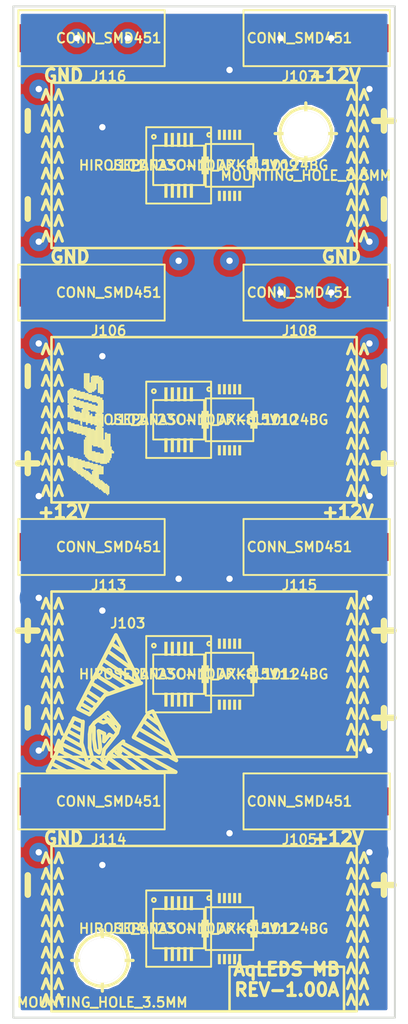
<source format=kicad_pcb>
(kicad_pcb (version 3) (host pcbnew "(2013-04-21 BZR 4107)-testing")

  (general
    (links 94)
    (no_connects 0)
    (area 109.541665 54 157.059525 145.500001)
    (thickness 1.6)
    (drawings 96)
    (tracks 308)
    (zones 0)
    (modules 20)
    (nets 3)
  )

  (page A4)
  (title_block 
    (title "LAMP  ::  main board")
    (rev REL-1.00A)
    (company "NBEE Embedded Systems SL")
    (comment 1 "Designed by: Tomé Veríssimo [tomeverissimo@nbee.es]")
    (comment 2 "Approved by: Miguel Angel Ajo Pelayo [+(34)911407752  ::  miguelangel@nbee.es]")
  )

  (layers
    (15 F.Cu signal)
    (0 B.Cu signal hide)
    (18 B.Paste user hide)
    (19 F.Paste user hide)
    (20 B.SilkS user hide)
    (21 F.SilkS user)
    (22 B.Mask user hide)
    (23 F.Mask user hide)
    (24 Dwgs.User user hide)
    (28 Edge.Cuts user)
  )

  (setup
    (last_trace_width 3)
    (trace_clearance 0.5)
    (zone_clearance 0.508)
    (zone_45_only yes)
    (trace_min 0.127)
    (segment_width 0.2)
    (edge_width 0.15)
    (via_size 1.5)
    (via_drill 0.5)
    (via_min_size 0.889)
    (via_min_drill 0.5)
    (uvia_size 0.508)
    (uvia_drill 0.127)
    (uvias_allowed no)
    (uvia_min_size 0.508)
    (uvia_min_drill 0.127)
    (pcb_text_width 0.3)
    (pcb_text_size 1 1)
    (mod_edge_width 0.15)
    (mod_text_size 0.762 0.762)
    (mod_text_width 0.1524)
    (pad_size 0.57 0.5)
    (pad_drill 0)
    (pad_to_mask_clearance 0)
    (aux_axis_origin 0 0)
    (visible_elements 7FFE7FFF)
    (pcbplotparams
      (layerselection 301760513)
      (usegerberextensions true)
      (excludeedgelayer false)
      (linewidth 0)
      (plotframeref false)
      (viasonmask false)
      (mode 1)
      (useauxorigin false)
      (hpglpennumber 1)
      (hpglpenspeed 20)
      (hpglpendiameter 15)
      (hpglpenoverlay 2)
      (psnegative false)
      (psa4output false)
      (plotreference true)
      (plotvalue false)
      (plotothertext true)
      (plotinvisibletext false)
      (padsonsilk true)
      (subtractmaskfromsilk false)
      (outputformat 1)
      (mirror false)
      (drillshape 0)
      (scaleselection 1)
      (outputdirectory gerbers/mainboard))
  )

  (net 0 "")
  (net 1 +12V)
  (net 2 GND)

  (net_class Default "This is the default net class."
    (clearance 0.5)
    (trace_width 3)
    (via_dia 1.5)
    (via_drill 0.5)
    (uvia_dia 0.508)
    (uvia_drill 0.127)
    (add_net "")
    (add_net +12V)
    (add_net GND)
  )

  (module PANASONIC_AXK8L10124BG (layer F.Cu) (tedit 51B09566) (tstamp 515630A5)
    (at 137 127.5 180)
    (descr "PIN HEADER - 2.54 SMD")
    (tags "PIN HEADER - 2.54 SMD")
    (path /51562C42)
    (attr smd)
    (fp_text reference J112 (at -4 0 180) (layer F.SilkS)
      (effects (font (size 0.762 0.762) (thickness 0.1524)))
    )
    (fp_text value PANASONIC_AXK8L10124BG (at 0 0 180) (layer F.SilkS)
      (effects (font (size 0.762 0.762) (thickness 0.1524)))
    )
    (fp_circle (center 1.6 2.4) (end 1.6 2.25) (layer F.SilkS) (width 0.15))
    (fp_line (start 1.87 -1.68) (end 1.87 1.68) (layer F.SilkS) (width 0.15))
    (fp_line (start 1.87 1.68) (end -1.87 1.68) (layer F.SilkS) (width 0.15))
    (fp_line (start -1.87 1.68) (end -1.87 -1.68) (layer F.SilkS) (width 0.15))
    (fp_line (start -1.87 -1.68) (end 1.87 -1.68) (layer F.SilkS) (width 0.15))
    (pad 3 smd rect (at 0.4 2.4 180) (size 0.23 0.8)
      (layers F.Cu F.Paste F.SilkS F.Mask)
      (net 1 +12V)
      (solder_paste_margin -0.02)
    )
    (pad 1 smd rect (at 0.8 2.4 180) (size 0.23 0.8)
      (layers F.Cu F.Paste F.SilkS F.Mask)
      (net 1 +12V)
      (solder_paste_margin -0.02)
    )
    (pad 5 smd rect (at 0 2.4 180) (size 0.23 0.8)
      (layers F.Cu F.Paste F.SilkS F.Mask)
      (net 1 +12V)
      (solder_paste_margin -0.02)
    )
    (pad 7 smd rect (at -0.4 2.4 180) (size 0.23 0.8)
      (layers F.Cu F.Paste F.SilkS F.Mask)
      (net 1 +12V)
      (solder_paste_margin -0.02)
    )
    (pad 9 smd rect (at -0.8 2.4 180) (size 0.23 0.8)
      (layers F.Cu F.Paste F.SilkS F.Mask)
      (net 1 +12V)
      (solder_paste_margin -0.02)
    )
    (pad 10 smd rect (at -0.8 -2.4 180) (size 0.23 0.8)
      (layers F.Cu F.Paste F.SilkS F.Mask)
      (net 2 GND)
      (solder_paste_margin -0.02)
    )
    (pad 8 smd rect (at -0.4 -2.4 180) (size 0.23 0.8)
      (layers F.Cu F.Paste F.SilkS F.Mask)
      (net 2 GND)
      (solder_paste_margin -0.02)
    )
    (pad 6 smd rect (at 0 -2.4 180) (size 0.23 0.8)
      (layers F.Cu F.Paste F.SilkS F.Mask)
      (net 2 GND)
      (solder_paste_margin -0.02)
    )
    (pad 4 smd rect (at 0.4 -2.4 180) (size 0.23 0.8)
      (layers F.Cu F.Paste F.SilkS F.Mask)
      (net 2 GND)
      (solder_paste_margin -0.02)
    )
    (pad 2 smd rect (at 0.8 -2.4 180) (size 0.23 0.8)
      (layers F.Cu F.Paste F.SilkS F.Mask)
      (net 2 GND)
      (solder_paste_margin -0.02)
    )
    (pad M1 smd rect (at -1.915 0.45 180) (size 0.57 0.5)
      (layers F.Cu F.Paste F.SilkS F.Mask)
      (solder_paste_margin -0.02)
    )
    (pad M2 smd rect (at -1.915 -0.45 180) (size 0.57 0.5)
      (layers F.Cu F.Paste F.SilkS F.Mask)
      (solder_paste_margin -0.02)
    )
    (pad M3 smd rect (at 1.915 0.45 180) (size 0.57 0.5)
      (layers F.Cu F.Paste F.SilkS F.Mask)
      (solder_paste_margin -0.02)
    )
    (pad M4 smd rect (at 1.915 -0.45 180) (size 0.57 0.5)
      (layers F.Cu F.Paste F.SilkS F.Mask)
      (solder_paste_margin -0.02)
    )
  )

  (module AQLEDS_LOGO (layer F.Cu) (tedit 515366A6) (tstamp 515367A2)
    (at 126 88.5 90)
    (path /51530115)
    (attr virtual)
    (fp_text reference Z106 (at 0 0 90) (layer F.SilkS) hide
      (effects (font (size 0.762 0.762) (thickness 0.1524)))
    )
    (fp_text value AQLEDS_LOGO (at 0 1.524 90) (layer F.SilkS) hide
      (effects (font (size 0.762 0.762) (thickness 0.1524)))
    )
    (pad "" connect rect (at -2.24028 -1.69164 90) (size 0.82296 0.09144)
      (layers F.SilkS)
      (clearance 0.0254)
    )
    (pad "" connect rect (at 0.50292 -1.69164 90) (size 0.64008 0.09144)
      (layers F.SilkS)
      (clearance 0.0254)
    )
    (pad "" connect rect (at 1.69164 -1.69164 90) (size 1.00584 0.09144)
      (layers F.SilkS)
      (clearance 0.0254)
    )
    (pad "" connect rect (at 2.78892 -1.69164 90) (size 1.00584 0.09144)
      (layers F.SilkS)
      (clearance 0.0254)
    )
    (pad "" connect rect (at -2.286 -1.6002 90) (size 0.9144 0.09144)
      (layers F.SilkS)
      (clearance 0.0254)
    )
    (pad "" connect rect (at 0.4572 -1.6002 90) (size 0.73152 0.09144)
      (layers F.SilkS)
      (clearance 0.0254)
    )
    (pad "" connect rect (at 2.286 -1.6002 90) (size 2.19456 0.09144)
      (layers F.SilkS)
      (clearance 0.0254)
    )
    (pad "" connect rect (at -2.33172 -1.50876 90) (size 0.82296 0.09144)
      (layers F.SilkS)
      (clearance 0.0254)
    )
    (pad "" connect rect (at 0.4572 -1.50876 90) (size 0.73152 0.09144)
      (layers F.SilkS)
      (clearance 0.0254)
    )
    (pad "" connect rect (at 2.286 -1.50876 90) (size 2.37744 0.09144)
      (layers F.SilkS)
      (clearance 0.0254)
    )
    (pad "" connect rect (at -2.37744 -1.41732 90) (size 0.9144 0.09144)
      (layers F.SilkS)
      (clearance 0.0254)
    )
    (pad "" connect rect (at 0.41148 -1.41732 90) (size 0.64008 0.09144)
      (layers F.SilkS)
      (clearance 0.0254)
    )
    (pad "" connect rect (at 2.286 -1.41732 90) (size 2.37744 0.09144)
      (layers F.SilkS)
      (clearance 0.0254)
    )
    (pad "" connect rect (at -2.42316 -1.32588 90) (size 1.00584 0.09144)
      (layers F.SilkS)
      (clearance 0.0254)
    )
    (pad "" connect rect (at 0.41148 -1.32588 90) (size 0.64008 0.09144)
      (layers F.SilkS)
      (clearance 0.0254)
    )
    (pad "" connect rect (at 2.286 -1.32588 90) (size 2.37744 0.09144)
      (layers F.SilkS)
      (clearance 0.0254)
    )
    (pad "" connect rect (at -2.5146 -1.23444 90) (size 1.00584 0.09144)
      (layers F.SilkS)
      (clearance 0.0254)
    )
    (pad "" connect rect (at 0.36576 -1.23444 90) (size 0.73152 0.09144)
      (layers F.SilkS)
      (clearance 0.0254)
    )
    (pad "" connect rect (at 1.50876 -1.23444 90) (size 1.00584 0.09144)
      (layers F.SilkS)
      (clearance 0.0254)
    )
    (pad "" connect rect (at 2.37744 -1.23444 90) (size 0.54864 0.09144)
      (layers F.SilkS)
      (clearance 0.0254)
    )
    (pad "" connect rect (at 3.06324 -1.23444 90) (size 0.64008 0.09144)
      (layers F.SilkS)
      (clearance 0.0254)
    )
    (pad "" connect rect (at -2.5146 -1.143 90) (size 1.00584 0.09144)
      (layers F.SilkS)
      (clearance 0.0254)
    )
    (pad "" connect rect (at 0.32004 -1.143 90) (size 0.64008 0.09144)
      (layers F.SilkS)
      (clearance 0.0254)
    )
    (pad "" connect rect (at 1.3716 -1.143 90) (size 0.73152 0.09144)
      (layers F.SilkS)
      (clearance 0.0254)
    )
    (pad "" connect rect (at 2.37744 -1.143 90) (size 0.54864 0.09144)
      (layers F.SilkS)
      (clearance 0.0254)
    )
    (pad "" connect rect (at 3.10896 -1.143 90) (size 0.54864 0.09144)
      (layers F.SilkS)
      (clearance 0.0254)
    )
    (pad "" connect rect (at -2.56032 -1.05156 90) (size 1.09728 0.09144)
      (layers F.SilkS)
      (clearance 0.0254)
    )
    (pad "" connect rect (at 0.32004 -1.05156 90) (size 0.64008 0.09144)
      (layers F.SilkS)
      (clearance 0.0254)
    )
    (pad "" connect rect (at 1.32588 -1.05156 90) (size 0.64008 0.09144)
      (layers F.SilkS)
      (clearance 0.0254)
    )
    (pad "" connect rect (at 2.33172 -1.05156 90) (size 0.64008 0.09144)
      (layers F.SilkS)
      (clearance 0.0254)
    )
    (pad "" connect rect (at 3.06324 -1.05156 90) (size 0.64008 0.09144)
      (layers F.SilkS)
      (clearance 0.0254)
    )
    (pad "" connect rect (at -2.60604 -0.96012 90) (size 1.18872 0.09144)
      (layers F.SilkS)
      (clearance 0.0254)
    )
    (pad "" connect rect (at 0.27432 -0.96012 90) (size 0.73152 0.09144)
      (layers F.SilkS)
      (clearance 0.0254)
    )
    (pad "" connect rect (at 1.32588 -0.96012 90) (size 0.64008 0.09144)
      (layers F.SilkS)
      (clearance 0.0254)
    )
    (pad "" connect rect (at 2.286 -0.96012 90) (size 0.54864 0.09144)
      (layers F.SilkS)
      (clearance 0.0254)
    )
    (pad "" connect rect (at 3.01752 -0.96012 90) (size 0.54864 0.09144)
      (layers F.SilkS)
      (clearance 0.0254)
    )
    (pad "" connect rect (at -2.69748 -0.86868 90) (size 1.18872 0.09144)
      (layers F.SilkS)
      (clearance 0.0254)
    )
    (pad "" connect rect (at 0.27432 -0.86868 90) (size 0.73152 0.09144)
      (layers F.SilkS)
      (clearance 0.0254)
    )
    (pad "" connect rect (at 1.28016 -0.86868 90) (size 0.73152 0.09144)
      (layers F.SilkS)
      (clearance 0.0254)
    )
    (pad "" connect rect (at 2.286 -0.86868 90) (size 0.54864 0.09144)
      (layers F.SilkS)
      (clearance 0.0254)
    )
    (pad "" connect rect (at 3.01752 -0.86868 90) (size 0.54864 0.09144)
      (layers F.SilkS)
      (clearance 0.0254)
    )
    (pad "" connect rect (at -2.69748 -0.77724 90) (size 1.18872 0.09144)
      (layers F.SilkS)
      (clearance 0.0254)
    )
    (pad "" connect rect (at 0.2286 -0.77724 90) (size 0.64008 0.09144)
      (layers F.SilkS)
      (clearance 0.0254)
    )
    (pad "" connect rect (at 1.28016 -0.77724 90) (size 0.73152 0.09144)
      (layers F.SilkS)
      (clearance 0.0254)
    )
    (pad "" connect rect (at 2.24028 -0.77724 90) (size 0.64008 0.09144)
      (layers F.SilkS)
      (clearance 0.0254)
    )
    (pad "" connect rect (at 2.9718 -0.77724 90) (size 0.64008 0.09144)
      (layers F.SilkS)
      (clearance 0.0254)
    )
    (pad "" connect rect (at -2.7432 -0.6858 90) (size 1.28016 0.09144)
      (layers F.SilkS)
      (clearance 0.0254)
    )
    (pad "" connect rect (at 0.2286 -0.6858 90) (size 0.64008 0.09144)
      (layers F.SilkS)
      (clearance 0.0254)
    )
    (pad "" connect rect (at 1.23444 -0.6858 90) (size 0.64008 0.09144)
      (layers F.SilkS)
      (clearance 0.0254)
    )
    (pad "" connect rect (at 2.19456 -0.6858 90) (size 0.54864 0.09144)
      (layers F.SilkS)
      (clearance 0.0254)
    )
    (pad "" connect rect (at 2.92608 -0.6858 90) (size 0.54864 0.09144)
      (layers F.SilkS)
      (clearance 0.0254)
    )
    (pad "" connect rect (at -2.83464 -0.59436 90) (size 1.28016 0.09144)
      (layers F.SilkS)
      (clearance 0.0254)
    )
    (pad "" connect rect (at 0.18288 -0.59436 90) (size 0.73152 0.09144)
      (layers F.SilkS)
      (clearance 0.0254)
    )
    (pad "" connect rect (at 1.3716 -0.59436 90) (size 0.9144 0.09144)
      (layers F.SilkS)
      (clearance 0.0254)
    )
    (pad "" connect rect (at 2.19456 -0.59436 90) (size 0.54864 0.09144)
      (layers F.SilkS)
      (clearance 0.0254)
    )
    (pad "" connect rect (at 2.92608 -0.59436 90) (size 0.54864 0.09144)
      (layers F.SilkS)
      (clearance 0.0254)
    )
    (pad "" connect rect (at -3.15468 -0.50292 90) (size 0.64008 0.09144)
      (layers F.SilkS)
      (clearance 0.0254)
    )
    (pad "" connect rect (at -2.46888 -0.50292 90) (size 0.54864 0.09144)
      (layers F.SilkS)
      (clearance 0.0254)
    )
    (pad "" connect rect (at 0.13716 -0.50292 90) (size 0.64008 0.09144)
      (layers F.SilkS)
      (clearance 0.0254)
    )
    (pad "" connect rect (at 1.64592 -0.50292 90) (size 1.64592 0.09144)
      (layers F.SilkS)
      (clearance 0.0254)
    )
    (pad "" connect rect (at 2.92608 -0.50292 90) (size 0.54864 0.09144)
      (layers F.SilkS)
      (clearance 0.0254)
    )
    (pad "" connect rect (at -3.24612 -0.41148 90) (size 0.64008 0.09144)
      (layers F.SilkS)
      (clearance 0.0254)
    )
    (pad "" connect rect (at -2.46888 -0.41148 90) (size 0.54864 0.09144)
      (layers F.SilkS)
      (clearance 0.0254)
    )
    (pad "" connect rect (at -1.143 -0.41148 90) (size 1.18872 0.09144)
      (layers F.SilkS)
      (clearance 0.0254)
    )
    (pad "" connect rect (at 0.13716 -0.41148 90) (size 0.64008 0.09144)
      (layers F.SilkS)
      (clearance 0.0254)
    )
    (pad "" connect rect (at 1.6002 -0.41148 90) (size 1.55448 0.09144)
      (layers F.SilkS)
      (clearance 0.0254)
    )
    (pad "" connect rect (at 2.88036 -0.41148 90) (size 0.64008 0.09144)
      (layers F.SilkS)
      (clearance 0.0254)
    )
    (pad "" connect rect (at 4.06908 -0.41148 90) (size 1.18872 0.09144)
      (layers F.SilkS)
      (clearance 0.0254)
    )
    (pad "" connect rect (at -3.29184 -0.32004 90) (size 0.73152 0.09144)
      (layers F.SilkS)
      (clearance 0.0254)
    )
    (pad "" connect rect (at -2.56032 -0.32004 90) (size 0.54864 0.09144)
      (layers F.SilkS)
      (clearance 0.0254)
    )
    (pad "" connect rect (at -1.143 -0.32004 90) (size 1.55448 0.09144)
      (layers F.SilkS)
      (clearance 0.0254)
    )
    (pad "" connect rect (at 0.09144 -0.32004 90) (size 0.73152 0.09144)
      (layers F.SilkS)
      (clearance 0.0254)
    )
    (pad "" connect rect (at 1.6002 -0.32004 90) (size 1.55448 0.09144)
      (layers F.SilkS)
      (clearance 0.0254)
    )
    (pad "" connect rect (at 2.83464 -0.32004 90) (size 0.54864 0.09144)
      (layers F.SilkS)
      (clearance 0.0254)
    )
    (pad "" connect rect (at 4.02336 -0.32004 90) (size 1.28016 0.09144)
      (layers F.SilkS)
      (clearance 0.0254)
    )
    (pad "" connect rect (at -3.38328 -0.2286 90) (size 0.73152 0.09144)
      (layers F.SilkS)
      (clearance 0.0254)
    )
    (pad "" connect rect (at -2.56032 -0.2286 90) (size 0.54864 0.09144)
      (layers F.SilkS)
      (clearance 0.0254)
    )
    (pad "" connect rect (at -0.77724 -0.2286 90) (size 2.46888 0.09144)
      (layers F.SilkS)
      (clearance 0.0254)
    )
    (pad "" connect rect (at 1.55448 -0.2286 90) (size 1.64592 0.09144)
      (layers F.SilkS)
      (clearance 0.0254)
    )
    (pad "" connect rect (at 2.83464 -0.2286 90) (size 0.54864 0.09144)
      (layers F.SilkS)
      (clearance 0.0254)
    )
    (pad "" connect rect (at 3.97764 -0.2286 90) (size 1.3716 0.09144)
      (layers F.SilkS)
      (clearance 0.0254)
    )
    (pad "" connect rect (at -3.38328 -0.13716 90) (size 0.73152 0.09144)
      (layers F.SilkS)
      (clearance 0.0254)
    )
    (pad "" connect rect (at -2.56032 -0.13716 90) (size 0.54864 0.09144)
      (layers F.SilkS)
      (clearance 0.0254)
    )
    (pad "" connect rect (at -0.86868 -0.13716 90) (size 2.46888 0.09144)
      (layers F.SilkS)
      (clearance 0.0254)
    )
    (pad "" connect rect (at 1.55448 -0.13716 90) (size 1.64592 0.09144)
      (layers F.SilkS)
      (clearance 0.0254)
    )
    (pad "" connect rect (at 2.83464 -0.13716 90) (size 0.54864 0.09144)
      (layers F.SilkS)
      (clearance 0.0254)
    )
    (pad "" connect rect (at 3.93192 -0.13716 90) (size 1.46304 0.09144)
      (layers F.SilkS)
      (clearance 0.0254)
    )
    (pad "" connect rect (at -3.47472 -0.04572 90) (size 0.73152 0.09144)
      (layers F.SilkS)
      (clearance 0.0254)
    )
    (pad "" connect rect (at -2.56032 -0.04572 90) (size 0.54864 0.09144)
      (layers F.SilkS)
      (clearance 0.0254)
    )
    (pad "" connect rect (at -0.9144 -0.04572 90) (size 2.56032 0.09144)
      (layers F.SilkS)
      (clearance 0.0254)
    )
    (pad "" connect rect (at 1.18872 -0.04572 90) (size 0.9144 0.09144)
      (layers F.SilkS)
      (clearance 0.0254)
    )
    (pad "" connect rect (at 2.01168 -0.04572 90) (size 0.54864 0.09144)
      (layers F.SilkS)
      (clearance 0.0254)
    )
    (pad "" connect rect (at 2.7432 -0.04572 90) (size 0.54864 0.09144)
      (layers F.SilkS)
      (clearance 0.0254)
    )
    (pad "" connect rect (at 3.8862 -0.04572 90) (size 1.55448 0.09144)
      (layers F.SilkS)
      (clearance 0.0254)
    )
    (pad "" connect rect (at -3.56616 0.04572 90) (size 0.73152 0.09144)
      (layers F.SilkS)
      (clearance 0.0254)
    )
    (pad "" connect rect (at -2.60604 0.04572 90) (size 0.4572 0.09144)
      (layers F.SilkS)
      (clearance 0.0254)
    )
    (pad "" connect rect (at -0.9144 0.04572 90) (size 2.56032 0.09144)
      (layers F.SilkS)
      (clearance 0.0254)
    )
    (pad "" connect rect (at 1.05156 0.04572 90) (size 0.64008 0.09144)
      (layers F.SilkS)
      (clearance 0.0254)
    )
    (pad "" connect rect (at 2.01168 0.04572 90) (size 0.54864 0.09144)
      (layers F.SilkS)
      (clearance 0.0254)
    )
    (pad "" connect rect (at 2.7432 0.04572 90) (size 0.54864 0.09144)
      (layers F.SilkS)
      (clearance 0.0254)
    )
    (pad "" connect rect (at 3.52044 0.04572 90) (size 0.82296 0.09144)
      (layers F.SilkS)
      (clearance 0.0254)
    )
    (pad "" connect rect (at -3.6576 0.13716 90) (size 0.73152 0.09144)
      (layers F.SilkS)
      (clearance 0.0254)
    )
    (pad "" connect rect (at -2.65176 0.13716 90) (size 0.54864 0.09144)
      (layers F.SilkS)
      (clearance 0.0254)
    )
    (pad "" connect rect (at -0.96012 0.13716 90) (size 2.46888 0.09144)
      (layers F.SilkS)
      (clearance 0.0254)
    )
    (pad "" connect rect (at 1.00584 0.13716 90) (size 0.73152 0.09144)
      (layers F.SilkS)
      (clearance 0.0254)
    )
    (pad "" connect rect (at 1.96596 0.13716 90) (size 0.64008 0.09144)
      (layers F.SilkS)
      (clearance 0.0254)
    )
    (pad "" connect rect (at 2.7432 0.13716 90) (size 0.54864 0.09144)
      (layers F.SilkS)
      (clearance 0.0254)
    )
    (pad "" connect rect (at 3.74904 0.13716 90) (size 1.28016 0.09144)
      (layers F.SilkS)
      (clearance 0.0254)
    )
    (pad "" connect rect (at -3.52044 0.2286 90) (size 1.00584 0.09144)
      (layers F.SilkS)
      (clearance 0.0254)
    )
    (pad "" connect rect (at -2.65176 0.2286 90) (size 0.54864 0.09144)
      (layers F.SilkS)
      (clearance 0.0254)
    )
    (pad "" connect rect (at -1.87452 0.2286 90) (size 0.82296 0.09144)
      (layers F.SilkS)
      (clearance 0.0254)
    )
    (pad "" connect rect (at -0.36576 0.2286 90) (size 1.28016 0.09144)
      (layers F.SilkS)
      (clearance 0.0254)
    )
    (pad "" connect rect (at 0.96012 0.2286 90) (size 0.64008 0.09144)
      (layers F.SilkS)
      (clearance 0.0254)
    )
    (pad "" connect rect (at 1.92024 0.2286 90) (size 0.54864 0.09144)
      (layers F.SilkS)
      (clearance 0.0254)
    )
    (pad "" connect rect (at 2.65176 0.2286 90) (size 0.54864 0.09144)
      (layers F.SilkS)
      (clearance 0.0254)
    )
    (pad "" connect rect (at 3.84048 0.2286 90) (size 1.28016 0.09144)
      (layers F.SilkS)
      (clearance 0.0254)
    )
    (pad "" connect rect (at -3.29184 0.32004 90) (size 1.64592 0.09144)
      (layers F.SilkS)
      (clearance 0.0254)
    )
    (pad "" connect rect (at -1.87452 0.32004 90) (size 0.82296 0.09144)
      (layers F.SilkS)
      (clearance 0.0254)
    )
    (pad "" connect rect (at -0.41148 0.32004 90) (size 1.3716 0.09144)
      (layers F.SilkS)
      (clearance 0.0254)
    )
    (pad "" connect rect (at 0.96012 0.32004 90) (size 0.64008 0.09144)
      (layers F.SilkS)
      (clearance 0.0254)
    )
    (pad "" connect rect (at 1.92024 0.32004 90) (size 0.54864 0.09144)
      (layers F.SilkS)
      (clearance 0.0254)
    )
    (pad "" connect rect (at 2.65176 0.32004 90) (size 0.54864 0.09144)
      (layers F.SilkS)
      (clearance 0.0254)
    )
    (pad "" connect rect (at 3.84048 0.32004 90) (size 1.28016 0.09144)
      (layers F.SilkS)
      (clearance 0.0254)
    )
    (pad "" connect rect (at -3.33756 0.41148 90) (size 1.73736 0.09144)
      (layers F.SilkS)
      (clearance 0.0254)
    )
    (pad "" connect rect (at -1.87452 0.41148 90) (size 0.82296 0.09144)
      (layers F.SilkS)
      (clearance 0.0254)
    )
    (pad "" connect rect (at -0.4572 0.41148 90) (size 1.28016 0.09144)
      (layers F.SilkS)
      (clearance 0.0254)
    )
    (pad "" connect rect (at 0.9144 0.41148 90) (size 0.73152 0.09144)
      (layers F.SilkS)
      (clearance 0.0254)
    )
    (pad "" connect rect (at 1.92024 0.41148 90) (size 0.54864 0.09144)
      (layers F.SilkS)
      (clearance 0.0254)
    )
    (pad "" connect rect (at 2.65176 0.41148 90) (size 0.54864 0.09144)
      (layers F.SilkS)
      (clearance 0.0254)
    )
    (pad "" connect rect (at 3.8862 0.41148 90) (size 1.18872 0.09144)
      (layers F.SilkS)
      (clearance 0.0254)
    )
    (pad "" connect rect (at -3.38328 0.50292 90) (size 1.8288 0.09144)
      (layers F.SilkS)
      (clearance 0.0254)
    )
    (pad "" connect rect (at -1.96596 0.50292 90) (size 0.82296 0.09144)
      (layers F.SilkS)
      (clearance 0.0254)
    )
    (pad "" connect rect (at -0.32004 0.50292 90) (size 1.55448 0.09144)
      (layers F.SilkS)
      (clearance 0.0254)
    )
    (pad "" connect rect (at 1.00584 0.50292 90) (size 0.9144 0.09144)
      (layers F.SilkS)
      (clearance 0.0254)
    )
    (pad "" connect rect (at 1.8288 0.50292 90) (size 0.54864 0.09144)
      (layers F.SilkS)
      (clearance 0.0254)
    )
    (pad "" connect rect (at 2.65176 0.50292 90) (size 0.54864 0.09144)
      (layers F.SilkS)
      (clearance 0.0254)
    )
    (pad "" connect rect (at 3.93192 0.50292 90) (size 1.09728 0.09144)
      (layers F.SilkS)
      (clearance 0.0254)
    )
    (pad "" connect rect (at -3.38328 0.59436 90) (size 1.8288 0.09144)
      (layers F.SilkS)
      (clearance 0.0254)
    )
    (pad "" connect rect (at -1.96596 0.59436 90) (size 0.82296 0.09144)
      (layers F.SilkS)
      (clearance 0.0254)
    )
    (pad "" connect rect (at 0.50292 0.59436 90) (size 3.2004 0.09144)
      (layers F.SilkS)
      (clearance 0.0254)
    )
    (pad "" connect rect (at 2.56032 0.59436 90) (size 0.54864 0.09144)
      (layers F.SilkS)
      (clearance 0.0254)
    )
    (pad "" connect rect (at 4.16052 0.59436 90) (size 0.64008 0.09144)
      (layers F.SilkS)
      (clearance 0.0254)
    )
    (pad "" connect rect (at -3.47472 0.6858 90) (size 1.8288 0.09144)
      (layers F.SilkS)
      (clearance 0.0254)
    )
    (pad "" connect rect (at -1.96596 0.6858 90) (size 0.82296 0.09144)
      (layers F.SilkS)
      (clearance 0.0254)
    )
    (pad "" connect rect (at 0.82296 0.6858 90) (size 4.02336 0.09144)
      (layers F.SilkS)
      (clearance 0.0254)
    )
    (pad "" connect rect (at 3.79476 0.6858 90) (size 1.3716 0.09144)
      (layers F.SilkS)
      (clearance 0.0254)
    )
    (pad "" connect rect (at -4.06908 0.77724 90) (size 0.82296 0.09144)
      (layers F.SilkS)
      (clearance 0.0254)
    )
    (pad "" connect rect (at -2.92608 0.77724 90) (size 0.73152 0.09144)
      (layers F.SilkS)
      (clearance 0.0254)
    )
    (pad "" connect rect (at -1.96596 0.77724 90) (size 0.82296 0.09144)
      (layers F.SilkS)
      (clearance 0.0254)
    )
    (pad "" connect rect (at 0.82296 0.77724 90) (size 4.02336 0.09144)
      (layers F.SilkS)
      (clearance 0.0254)
    )
    (pad "" connect rect (at 3.74904 0.77724 90) (size 1.28016 0.09144)
      (layers F.SilkS)
      (clearance 0.0254)
    )
    (pad "" connect rect (at -4.1148 0.86868 90) (size 0.73152 0.09144)
      (layers F.SilkS)
      (clearance 0.0254)
    )
    (pad "" connect rect (at -2.92608 0.86868 90) (size 0.73152 0.09144)
      (layers F.SilkS)
      (clearance 0.0254)
    )
    (pad "" connect rect (at -2.0574 0.86868 90) (size 0.82296 0.09144)
      (layers F.SilkS)
      (clearance 0.0254)
    )
    (pad "" connect rect (at 0.77724 0.86868 90) (size 3.93192 0.09144)
      (layers F.SilkS)
      (clearance 0.0254)
    )
    (pad "" connect rect (at 3.70332 0.86868 90) (size 1.3716 0.09144)
      (layers F.SilkS)
      (clearance 0.0254)
    )
    (pad "" connect rect (at -4.16052 0.96012 90) (size 0.82296 0.09144)
      (layers F.SilkS)
      (clearance 0.0254)
    )
    (pad "" connect rect (at -2.9718 0.96012 90) (size 0.64008 0.09144)
      (layers F.SilkS)
      (clearance 0.0254)
    )
    (pad "" connect rect (at -2.0574 0.96012 90) (size 0.82296 0.09144)
      (layers F.SilkS)
      (clearance 0.0254)
    )
    (pad "" connect rect (at 0.73152 0.96012 90) (size 4.02336 0.09144)
      (layers F.SilkS)
      (clearance 0.0254)
    )
    (pad "" connect rect (at 3.6576 0.96012 90) (size 1.28016 0.09144)
      (layers F.SilkS)
      (clearance 0.0254)
    )
    (pad "" connect rect (at -4.25196 1.05156 90) (size 0.82296 0.09144)
      (layers F.SilkS)
      (clearance 0.0254)
    )
    (pad "" connect rect (at -2.9718 1.05156 90) (size 0.64008 0.09144)
      (layers F.SilkS)
      (clearance 0.0254)
    )
    (pad "" connect rect (at -2.0574 1.05156 90) (size 0.82296 0.09144)
      (layers F.SilkS)
      (clearance 0.0254)
    )
    (pad "" connect rect (at -0.50292 1.05156 90) (size 1.73736 0.09144)
      (layers F.SilkS)
      (clearance 0.0254)
    )
    (pad "" connect rect (at 0.96012 1.05156 90) (size 1.00584 0.09144)
      (layers F.SilkS)
      (clearance 0.0254)
    )
    (pad "" connect rect (at 2.0574 1.05156 90) (size 1.00584 0.09144)
      (layers F.SilkS)
      (clearance 0.0254)
    )
    (pad "" connect rect (at 3.56616 1.05156 90) (size 1.09728 0.09144)
      (layers F.SilkS)
      (clearance 0.0254)
    )
    (pad "" connect rect (at -4.3434 1.143 90) (size 0.82296 0.09144)
      (layers F.SilkS)
      (clearance 0.0254)
    )
    (pad "" connect rect (at -1.50876 1.143 90) (size 1.92024 0.09144)
      (layers F.SilkS)
      (clearance 0.0254)
    )
    (pad "" connect rect (at -4.38912 1.23444 90) (size 0.73152 0.09144)
      (layers F.SilkS)
      (clearance 0.0254)
    )
    (pad "" connect rect (at -1.23444 1.23444 90) (size 2.46888 0.09144)
      (layers F.SilkS)
      (clearance 0.0254)
    )
    (pad "" connect rect (at -4.43484 1.32588 90) (size 0.82296 0.09144)
      (layers F.SilkS)
      (clearance 0.0254)
    )
    (pad "" connect rect (at -1.23444 1.32588 90) (size 2.46888 0.09144)
      (layers F.SilkS)
      (clearance 0.0254)
    )
    (pad "" connect rect (at -4.52628 1.41732 90) (size 0.82296 0.09144)
      (layers F.SilkS)
      (clearance 0.0254)
    )
    (pad "" connect rect (at -1.23444 1.41732 90) (size 2.286 0.09144)
      (layers F.SilkS)
      (clearance 0.0254)
    )
    (pad "" connect rect (at -4.52628 1.50876 90) (size 0.64008 0.09144)
      (layers F.SilkS)
      (clearance 0.0254)
    )
    (pad "" connect rect (at -1.23444 1.50876 90) (size 2.286 0.09144)
      (layers F.SilkS)
      (clearance 0.0254)
    )
    (pad "" connect rect (at -1.143 1.6002 90) (size 2.10312 0.09144)
      (layers F.SilkS)
      (clearance 0.0254)
    )
    (pad "" connect rect (at -1.55448 1.69164 90) (size 0.9144 0.09144)
      (layers F.SilkS)
      (clearance 0.0254)
    )
    (pad "" connect rect (at -1.50876 1.78308 90) (size 0.27432 0.09144)
      (layers F.SilkS)
      (clearance 0.0254)
    )
    (pad "" connect rect (at -1.55448 1.87452 90) (size 0.18288 0.09144)
      (layers F.SilkS)
      (clearance 0.0254)
    )
  )

  (module HOLE_PLATED_3.5MM (layer F.Cu) (tedit 5151F104) (tstamp 5151F0CA)
    (at 127 130)
    (descr "Hole 3.5mm")
    (path /514F51DF)
    (fp_text reference Z102 (at 0 0) (layer F.SilkS)
      (effects (font (size 0.762 0.762) (thickness 0.1524)))
    )
    (fp_text value MOUNTING_HOLE_3.5MM (at 0 3.302) (layer F.SilkS)
      (effects (font (size 0.762 0.762) (thickness 0.1524)))
    )
    (fp_line (start 0 -2.413) (end 0 2.413) (layer F.SilkS) (width 0.254))
    (fp_line (start -2.413 0) (end 2.413 0) (layer F.SilkS) (width 0.254))
    (fp_circle (center 0 0) (end 2.032 0) (layer F.SilkS) (width 0.254))
    (pad 1 thru_hole circle (at 0 0) (size 3.50012 3.50012) (drill 3.500119)
      (layers *.Cu F.SilkS)
    )
    (model ../models/HOLE_PLATED_3.5MM.wrl
      (at (xyz 0 0 0))
      (scale (xyz 1 1 1))
      (rotate (xyz 0 0 0))
    )
  )

  (module HOLE_PLATED_3.5MM (layer F.Cu) (tedit 5151F0FE) (tstamp 5151F0D2)
    (at 143 65)
    (descr "Hole 3.5mm")
    (path /514F51ED)
    (fp_text reference Z101 (at 0 0) (layer F.SilkS)
      (effects (font (size 0.762 0.762) (thickness 0.1524)))
    )
    (fp_text value MOUNTING_HOLE_3.5MM (at 0 3.302) (layer F.SilkS)
      (effects (font (size 0.762 0.762) (thickness 0.1524)))
    )
    (fp_line (start 0 -2.413) (end 0 2.413) (layer F.SilkS) (width 0.254))
    (fp_line (start -2.413 0) (end 2.413 0) (layer F.SilkS) (width 0.254))
    (fp_circle (center 0 0) (end 2.032 0) (layer F.SilkS) (width 0.254))
    (pad 1 thru_hole circle (at 0 0) (size 3.50012 3.50012) (drill 3.500119)
      (layers *.Cu F.SilkS)
    )
    (model ../models/HOLE_PLATED_3.5MM.wrl
      (at (xyz 0 0 0))
      (scale (xyz 1 1 1))
      (rotate (xyz 0 0 0))
    )
  )

  (module ESD_LOGO (layer F.Cu) (tedit 515366AC) (tstamp 515366E8)
    (at 128 112)
    (descr "ESD-Logo, similar JEDEC-14, without text, ohne Text, Silkscreen Top,")
    (tags "ESD-Logo, similar JEDEC-14, without text, ohne Text, Silkscreen Top,")
    (path /51530174)
    (fp_text reference Z107 (at 0 0) (layer F.SilkS) hide
      (effects (font (size 0.762 0.762) (thickness 0.1524)))
    )
    (fp_text value ESD_LOGO (at 0 6.94944) (layer F.SilkS) hide
      (effects (font (size 0.762 0.762) (thickness 0.1524)))
    )
    (fp_line (start -0.79756 -1.12776) (end -0.08636 -0.61722) (layer F.SilkS) (width 0.3048))
    (fp_line (start 0.37338 1.26238) (end 3.1115 3.11404) (layer F.SilkS) (width 0.3048))
    (fp_line (start 3.1115 3.11404) (end 3.13182 3.11404) (layer F.SilkS) (width 0.3048))
    (fp_line (start 0.09144 1.64338) (end 2.02184 3.09372) (layer F.SilkS) (width 0.3048))
    (fp_line (start -0.49784 2.10312) (end 0.87376 3.11404) (layer F.SilkS) (width 0.3048))
    (fp_line (start 0.87376 3.11404) (end 0.9017 3.11404) (layer F.SilkS) (width 0.3048))
    (fp_line (start -1.68656 2.17424) (end -0.16764 3.19278) (layer F.SilkS) (width 0.3048))
    (fp_line (start -4.91744 2.5527) (end -3.7973 3.14452) (layer F.SilkS) (width 0.3048))
    (fp_line (start -4.70662 2.02438) (end -2.32664 3.1623) (layer F.SilkS) (width 0.3048))
    (fp_line (start -4.48818 1.46304) (end -1.28778 3.11404) (layer F.SilkS) (width 0.3048))
    (fp_line (start -4.1783 1.0033) (end -2.55778 1.79324) (layer F.SilkS) (width 0.3048))
    (fp_line (start -2.55778 1.79324) (end -2.5273 1.79324) (layer F.SilkS) (width 0.3048))
    (fp_line (start -3.89636 0.45466) (end -2.60858 1.18364) (layer F.SilkS) (width 0.3048))
    (fp_line (start -3.69824 -0.03556) (end -2.62636 0.55372) (layer F.SilkS) (width 0.3048))
    (fp_line (start -3.5179 -0.53594) (end -2.77622 -0.13716) (layer F.SilkS) (width 0.3048))
    (fp_line (start 1.97358 -0.15748) (end 4.23164 1.18364) (layer F.SilkS) (width 0.3048))
    (fp_line (start 2.30378 -0.76708) (end 3.95224 0.52324) (layer F.SilkS) (width 0.3048))
    (fp_line (start 2.5527 -1.22682) (end 3.39344 -0.5969) (layer F.SilkS) (width 0.3048))
    (fp_line (start -2.65684 -2.16662) (end -1.83642 -1.68656) (layer F.SilkS) (width 0.3048))
    (fp_line (start -2.37744 -2.64668) (end -1.45796 -2.01676) (layer F.SilkS) (width 0.3048))
    (fp_line (start -1.45796 -2.01676) (end -1.45796 -2.03708) (layer F.SilkS) (width 0.3048))
    (fp_line (start -2.1971 -3.15722) (end -1.17856 -2.46634) (layer F.SilkS) (width 0.3048))
    (fp_line (start -1.8669 -3.7973) (end -0.5969 -3.00736) (layer F.SilkS) (width 0.3048))
    (fp_line (start -0.5969 -3.00736) (end -0.56642 -3.00736) (layer F.SilkS) (width 0.3048))
    (fp_line (start -1.50622 -4.42722) (end 0.31242 -3.28676) (layer F.SilkS) (width 0.3048))
    (fp_line (start -1.15824 -5.0673) (end 1.05156 -3.61696) (layer F.SilkS) (width 0.3048))
    (fp_line (start -0.89662 -5.59562) (end 1.71196 -3.84556) (layer F.SilkS) (width 0.3048))
    (fp_line (start -0.49784 -6.25602) (end 1.43256 -4.85648) (layer F.SilkS) (width 0.3048))
    (fp_line (start -0.23622 -6.86562) (end 0.80264 -6.12648) (layer F.SilkS) (width 0.3048))
    (fp_line (start -1.2573 -0.84582) (end -0.9271 -0.69596) (layer F.SilkS) (width 0.3048))
    (fp_line (start -0.9271 -0.69596) (end -0.56642 -0.81534) (layer F.SilkS) (width 0.3048))
    (fp_line (start -0.56642 -0.81534) (end -0.08636 -0.28702) (layer F.SilkS) (width 0.3048))
    (fp_line (start -0.08636 -0.28702) (end 0.09144 -0.05588) (layer F.SilkS) (width 0.3048))
    (fp_line (start -1.66624 -0.33782) (end -1.66624 0.60452) (layer F.SilkS) (width 0.3048))
    (fp_line (start -1.66624 0.60452) (end -1.5367 1.44272) (layer F.SilkS) (width 0.3048))
    (fp_line (start -1.5367 1.44272) (end -1.2573 1.67386) (layer F.SilkS) (width 0.3048))
    (fp_line (start -1.2573 1.67386) (end -1.15824 1.36398) (layer F.SilkS) (width 0.3048))
    (fp_line (start -1.15824 1.36398) (end -1.28778 -0.03556) (layer F.SilkS) (width 0.3048))
    (fp_line (start -1.28778 -0.03556) (end -0.84836 0.17272) (layer F.SilkS) (width 0.3048))
    (fp_line (start -0.84836 0.17272) (end -0.8763 0.78232) (layer F.SilkS) (width 0.3048))
    (fp_line (start -0.8763 0.78232) (end -0.44704 0.24384) (layer F.SilkS) (width 0.3048))
    (fp_line (start -0.44704 0.24384) (end -0.21844 0.37338) (layer F.SilkS) (width 0.3048))
    (fp_line (start -2.60858 -0.76708) (end -3.2385 -1.04648) (layer F.SilkS) (width 0.3048))
    (fp_line (start -3.2385 -1.04648) (end -5.29844 3.11404) (layer F.SilkS) (width 0.3048))
    (fp_line (start -5.29844 3.11404) (end 4.7625 3.19278) (layer F.SilkS) (width 0.3048))
    (fp_line (start 4.7625 3.19278) (end 0.72136 0.98298) (layer F.SilkS) (width 0.3048))
    (fp_line (start 1.9431 -3.84556) (end 0.0635 -7.57682) (layer F.SilkS) (width 0.3048))
    (fp_line (start 0.0635 -7.57682) (end -2.9083 -1.78562) (layer F.SilkS) (width 0.3048))
    (fp_line (start -2.9083 -1.78562) (end -2.04724 -1.35636) (layer F.SilkS) (width 0.3048))
    (fp_line (start -2.04724 -1.35636) (end -2.01676 -1.35636) (layer F.SilkS) (width 0.3048))
    (fp_line (start 3.01244 -1.50622) (end 4.8133 2.2733) (layer F.SilkS) (width 0.3048))
    (fp_line (start 4.8133 2.2733) (end 1.46304 0.45466) (layer F.SilkS) (width 0.3048))
    (fp_line (start 1.46304 0.45466) (end 1.53162 0.42418) (layer F.SilkS) (width 0.3048))
    (fp_line (start -0.3683 1.79324) (end -0.06858 1.97358) (layer F.SilkS) (width 0.3048))
    (fp_line (start -0.06858 1.97358) (end -0.0381 1.97358) (layer F.SilkS) (width 0.3048))
    (fp_line (start 0.16256 1.26238) (end 0.42164 1.6129) (layer F.SilkS) (width 0.3048))
    (fp_line (start 2.05232 -3.7973) (end 1.10236 -3.51536) (layer F.SilkS) (width 0.3048))
    (fp_line (start 1.10236 -3.51536) (end -0.79756 -2.84734) (layer F.SilkS) (width 0.3048))
    (fp_line (start -0.79756 -2.84734) (end -2.02692 -1.33604) (layer F.SilkS) (width 0.3048))
    (fp_line (start -2.5273 -0.77724) (end -2.63652 0.90424) (layer F.SilkS) (width 0.3048))
    (fp_line (start -2.63652 0.90424) (end -2.13868 2.57302) (layer F.SilkS) (width 0.3048))
    (fp_line (start -2.13868 2.57302) (end -1.76784 2.15392) (layer F.SilkS) (width 0.3048))
    (fp_line (start -1.76784 2.15392) (end -1.99644 1.2827) (layer F.SilkS) (width 0.3048))
    (fp_line (start -1.99644 1.2827) (end -1.99644 0.22352) (layer F.SilkS) (width 0.3048))
    (fp_line (start -1.99644 0.22352) (end -1.9177 -0.3175) (layer F.SilkS) (width 0.3048))
    (fp_line (start -1.9177 -0.3175) (end -1.8669 -0.36576) (layer F.SilkS) (width 0.3048))
    (fp_line (start -1.8669 -0.36576) (end -1.61798 -0.69596) (layer F.SilkS) (width 0.3048))
    (fp_line (start -1.61798 -0.69596) (end -0.77724 -1.32588) (layer F.SilkS) (width 0.3048))
    (fp_line (start -0.77724 -1.32588) (end -0.54864 -1.47574) (layer F.SilkS) (width 0.3048))
    (fp_line (start -0.54864 -1.47574) (end 0.31242 -0.38608) (layer F.SilkS) (width 0.3048))
    (fp_line (start 0.31242 -0.38608) (end 0.16256 0.12446) (layer F.SilkS) (width 0.3048))
    (fp_line (start 0.16256 0.12446) (end -0.84836 1.39446) (layer F.SilkS) (width 0.3048))
    (fp_line (start -0.84836 1.39446) (end -1.00838 2.17424) (layer F.SilkS) (width 0.3048))
    (fp_line (start -1.00838 2.17424) (end -0.77724 2.48412) (layer F.SilkS) (width 0.3048))
    (fp_line (start -0.77724 2.48412) (end -0.46736 1.82372) (layer F.SilkS) (width 0.3048))
    (fp_line (start -0.46736 1.82372) (end 0.04318 1.31318) (layer F.SilkS) (width 0.3048))
    (fp_line (start 0.04318 1.31318) (end 0.65278 0.78232) (layer F.SilkS) (width 0.3048))
    (fp_line (start 1.5113 0.3429) (end 2.02184 -0.48768) (layer F.SilkS) (width 0.3048))
    (fp_line (start 2.02184 -0.48768) (end 2.35204 -1.02616) (layer F.SilkS) (width 0.3048))
    (fp_line (start 2.35204 -1.02616) (end 2.63144 -1.45542) (layer F.SilkS) (width 0.3048))
    (fp_line (start 2.63144 -1.45542) (end 2.96164 -1.5875) (layer F.SilkS) (width 0.3048))
  )

  (module HIROSE_DF23C-10DP-0.5V (layer F.Cu) (tedit 51537B1B) (tstamp 5151F0E9)
    (at 133 67.5 180)
    (descr "PIN HEADER - 2.54 SMD")
    (tags "PIN HEADER - 2.54 SMD")
    (path /5151EF96)
    (attr smd)
    (fp_text reference J101 (at 4 0 180) (layer F.SilkS)
      (effects (font (size 0.762 0.762) (thickness 0.1524)))
    )
    (fp_text value HIROSE_DF23C-10DP-0.5V (at 0 0 180) (layer F.SilkS)
      (effects (font (size 0.762 0.762) (thickness 0.1524)))
    )
    (fp_line (start -2.55 -3) (end 2.55 -3) (layer F.SilkS) (width 0.15))
    (fp_line (start 2.55 -3) (end 2.55 3) (layer F.SilkS) (width 0.15))
    (fp_line (start 2.55 3) (end -2.55 3) (layer F.SilkS) (width 0.15))
    (fp_line (start -2.55 3) (end -2.55 -3) (layer F.SilkS) (width 0.15))
    (fp_line (start -2 -1.55) (end 2 -1.55) (layer F.SilkS) (width 0.15))
    (fp_line (start 2 -1.55) (end 2 1.55) (layer F.SilkS) (width 0.15))
    (fp_line (start 2 1.55) (end -2 1.55) (layer F.SilkS) (width 0.15))
    (fp_line (start -2 1.55) (end -2 -1.55) (layer F.SilkS) (width 0.15))
    (fp_circle (center 1.95 2.25) (end 1.95 2.1) (layer F.SilkS) (width 0.15))
    (pad 3 smd rect (at 0.5 2 180) (size 0.25 1.1)
      (layers F.Cu F.Paste F.SilkS F.Mask)
      (net 1 +12V)
      (solder_paste_margin -0.02)
    )
    (pad 1 smd rect (at 1 2 180) (size 0.25 1.1)
      (layers F.Cu F.Paste F.SilkS F.Mask)
      (net 1 +12V)
      (solder_paste_margin -0.02)
    )
    (pad 5 smd rect (at 0 2 180) (size 0.25 1.1)
      (layers F.Cu F.Paste F.SilkS F.Mask)
      (net 1 +12V)
      (solder_paste_margin -0.02)
    )
    (pad 7 smd rect (at -0.5 2 180) (size 0.25 1.1)
      (layers F.Cu F.Paste F.SilkS F.Mask)
      (net 1 +12V)
      (solder_paste_margin -0.02)
    )
    (pad 9 smd rect (at -1 2 180) (size 0.25 1.1)
      (layers F.Cu F.Paste F.SilkS F.Mask)
      (net 1 +12V)
      (solder_paste_margin -0.02)
    )
    (pad 10 smd rect (at -1 -2 180) (size 0.25 1.1)
      (layers F.Cu F.Paste F.SilkS F.Mask)
      (net 2 GND)
      (solder_paste_margin -0.02)
    )
    (pad 8 smd rect (at -0.5 -2 180) (size 0.25 1.1)
      (layers F.Cu F.Paste F.SilkS F.Mask)
      (net 2 GND)
      (solder_paste_margin -0.02)
    )
    (pad 6 smd rect (at 0 -2 180) (size 0.25 1.1)
      (layers F.Cu F.Paste F.SilkS F.Mask)
      (net 2 GND)
      (solder_paste_margin -0.02)
    )
    (pad 4 smd rect (at 0.5 -2 180) (size 0.25 1.1)
      (layers F.Cu F.Paste F.SilkS F.Mask)
      (net 2 GND)
      (solder_paste_margin -0.02)
    )
    (pad 2 smd rect (at 1 -2 180) (size 0.25 1.1)
      (layers F.Cu F.Paste F.SilkS F.Mask)
      (net 2 GND)
      (solder_paste_margin -0.02)
    )
  )

  (module HIROSE_DF23C-10DP-0.5V (layer F.Cu) (tedit 51537B1B) (tstamp 5151F100)
    (at 133 87.5 180)
    (descr "PIN HEADER - 2.54 SMD")
    (tags "PIN HEADER - 2.54 SMD")
    (path /5151EFF9)
    (attr smd)
    (fp_text reference J102 (at 4 0 180) (layer F.SilkS)
      (effects (font (size 0.762 0.762) (thickness 0.1524)))
    )
    (fp_text value HIROSE_DF23C-10DP-0.5V (at 0 0 180) (layer F.SilkS)
      (effects (font (size 0.762 0.762) (thickness 0.1524)))
    )
    (fp_line (start -2.55 -3) (end 2.55 -3) (layer F.SilkS) (width 0.15))
    (fp_line (start 2.55 -3) (end 2.55 3) (layer F.SilkS) (width 0.15))
    (fp_line (start 2.55 3) (end -2.55 3) (layer F.SilkS) (width 0.15))
    (fp_line (start -2.55 3) (end -2.55 -3) (layer F.SilkS) (width 0.15))
    (fp_line (start -2 -1.55) (end 2 -1.55) (layer F.SilkS) (width 0.15))
    (fp_line (start 2 -1.55) (end 2 1.55) (layer F.SilkS) (width 0.15))
    (fp_line (start 2 1.55) (end -2 1.55) (layer F.SilkS) (width 0.15))
    (fp_line (start -2 1.55) (end -2 -1.55) (layer F.SilkS) (width 0.15))
    (fp_circle (center 1.95 2.25) (end 1.95 2.1) (layer F.SilkS) (width 0.15))
    (pad 3 smd rect (at 0.5 2 180) (size 0.25 1.1)
      (layers F.Cu F.Paste F.SilkS F.Mask)
      (net 1 +12V)
      (solder_paste_margin -0.02)
    )
    (pad 1 smd rect (at 1 2 180) (size 0.25 1.1)
      (layers F.Cu F.Paste F.SilkS F.Mask)
      (net 1 +12V)
      (solder_paste_margin -0.02)
    )
    (pad 5 smd rect (at 0 2 180) (size 0.25 1.1)
      (layers F.Cu F.Paste F.SilkS F.Mask)
      (net 1 +12V)
      (solder_paste_margin -0.02)
    )
    (pad 7 smd rect (at -0.5 2 180) (size 0.25 1.1)
      (layers F.Cu F.Paste F.SilkS F.Mask)
      (net 1 +12V)
      (solder_paste_margin -0.02)
    )
    (pad 9 smd rect (at -1 2 180) (size 0.25 1.1)
      (layers F.Cu F.Paste F.SilkS F.Mask)
      (net 1 +12V)
      (solder_paste_margin -0.02)
    )
    (pad 10 smd rect (at -1 -2 180) (size 0.25 1.1)
      (layers F.Cu F.Paste F.SilkS F.Mask)
      (net 2 GND)
      (solder_paste_margin -0.02)
    )
    (pad 8 smd rect (at -0.5 -2 180) (size 0.25 1.1)
      (layers F.Cu F.Paste F.SilkS F.Mask)
      (net 2 GND)
      (solder_paste_margin -0.02)
    )
    (pad 6 smd rect (at 0 -2 180) (size 0.25 1.1)
      (layers F.Cu F.Paste F.SilkS F.Mask)
      (net 2 GND)
      (solder_paste_margin -0.02)
    )
    (pad 4 smd rect (at 0.5 -2 180) (size 0.25 1.1)
      (layers F.Cu F.Paste F.SilkS F.Mask)
      (net 2 GND)
      (solder_paste_margin -0.02)
    )
    (pad 2 smd rect (at 1 -2 180) (size 0.25 1.1)
      (layers F.Cu F.Paste F.SilkS F.Mask)
      (net 2 GND)
      (solder_paste_margin -0.02)
    )
  )

  (module HIROSE_DF23C-10DP-0.5V (layer F.Cu) (tedit 5161C256) (tstamp 5151F117)
    (at 133 107.5 180)
    (descr "PIN HEADER - 2.54 SMD")
    (tags "PIN HEADER - 2.54 SMD")
    (path /5151F005)
    (attr smd)
    (fp_text reference J103 (at 4 4 180) (layer F.SilkS)
      (effects (font (size 0.762 0.762) (thickness 0.1524)))
    )
    (fp_text value HIROSE_DF23C-10DP-0.5V (at 0 0 180) (layer F.SilkS)
      (effects (font (size 0.762 0.762) (thickness 0.1524)))
    )
    (fp_line (start -2.55 -3) (end 2.55 -3) (layer F.SilkS) (width 0.15))
    (fp_line (start 2.55 -3) (end 2.55 3) (layer F.SilkS) (width 0.15))
    (fp_line (start 2.55 3) (end -2.55 3) (layer F.SilkS) (width 0.15))
    (fp_line (start -2.55 3) (end -2.55 -3) (layer F.SilkS) (width 0.15))
    (fp_line (start -2 -1.55) (end 2 -1.55) (layer F.SilkS) (width 0.15))
    (fp_line (start 2 -1.55) (end 2 1.55) (layer F.SilkS) (width 0.15))
    (fp_line (start 2 1.55) (end -2 1.55) (layer F.SilkS) (width 0.15))
    (fp_line (start -2 1.55) (end -2 -1.55) (layer F.SilkS) (width 0.15))
    (fp_circle (center 1.95 2.25) (end 1.95 2.1) (layer F.SilkS) (width 0.15))
    (pad 3 smd rect (at 0.5 2 180) (size 0.25 1.1)
      (layers F.Cu F.Paste F.SilkS F.Mask)
      (net 1 +12V)
      (solder_paste_margin -0.02)
    )
    (pad 1 smd rect (at 1 2 180) (size 0.25 1.1)
      (layers F.Cu F.Paste F.SilkS F.Mask)
      (net 1 +12V)
      (solder_paste_margin -0.02)
    )
    (pad 5 smd rect (at 0 2 180) (size 0.25 1.1)
      (layers F.Cu F.Paste F.SilkS F.Mask)
      (net 1 +12V)
      (solder_paste_margin -0.02)
    )
    (pad 7 smd rect (at -0.5 2 180) (size 0.25 1.1)
      (layers F.Cu F.Paste F.SilkS F.Mask)
      (net 1 +12V)
      (solder_paste_margin -0.02)
    )
    (pad 9 smd rect (at -1 2 180) (size 0.25 1.1)
      (layers F.Cu F.Paste F.SilkS F.Mask)
      (net 1 +12V)
      (solder_paste_margin -0.02)
    )
    (pad 10 smd rect (at -1 -2 180) (size 0.25 1.1)
      (layers F.Cu F.Paste F.SilkS F.Mask)
      (net 2 GND)
      (solder_paste_margin -0.02)
    )
    (pad 8 smd rect (at -0.5 -2 180) (size 0.25 1.1)
      (layers F.Cu F.Paste F.SilkS F.Mask)
      (net 2 GND)
      (solder_paste_margin -0.02)
    )
    (pad 6 smd rect (at 0 -2 180) (size 0.25 1.1)
      (layers F.Cu F.Paste F.SilkS F.Mask)
      (net 2 GND)
      (solder_paste_margin -0.02)
    )
    (pad 4 smd rect (at 0.5 -2 180) (size 0.25 1.1)
      (layers F.Cu F.Paste F.SilkS F.Mask)
      (net 2 GND)
      (solder_paste_margin -0.02)
    )
    (pad 2 smd rect (at 1 -2 180) (size 0.25 1.1)
      (layers F.Cu F.Paste F.SilkS F.Mask)
      (net 2 GND)
      (solder_paste_margin -0.02)
    )
  )

  (module HIROSE_DF23C-10DP-0.5V (layer F.Cu) (tedit 51537B1B) (tstamp 5151F12E)
    (at 133 127.5 180)
    (descr "PIN HEADER - 2.54 SMD")
    (tags "PIN HEADER - 2.54 SMD")
    (path /5151F011)
    (attr smd)
    (fp_text reference J104 (at 4 0 180) (layer F.SilkS)
      (effects (font (size 0.762 0.762) (thickness 0.1524)))
    )
    (fp_text value HIROSE_DF23C-10DP-0.5V (at 0 0 180) (layer F.SilkS)
      (effects (font (size 0.762 0.762) (thickness 0.1524)))
    )
    (fp_line (start -2.55 -3) (end 2.55 -3) (layer F.SilkS) (width 0.15))
    (fp_line (start 2.55 -3) (end 2.55 3) (layer F.SilkS) (width 0.15))
    (fp_line (start 2.55 3) (end -2.55 3) (layer F.SilkS) (width 0.15))
    (fp_line (start -2.55 3) (end -2.55 -3) (layer F.SilkS) (width 0.15))
    (fp_line (start -2 -1.55) (end 2 -1.55) (layer F.SilkS) (width 0.15))
    (fp_line (start 2 -1.55) (end 2 1.55) (layer F.SilkS) (width 0.15))
    (fp_line (start 2 1.55) (end -2 1.55) (layer F.SilkS) (width 0.15))
    (fp_line (start -2 1.55) (end -2 -1.55) (layer F.SilkS) (width 0.15))
    (fp_circle (center 1.95 2.25) (end 1.95 2.1) (layer F.SilkS) (width 0.15))
    (pad 3 smd rect (at 0.5 2 180) (size 0.25 1.1)
      (layers F.Cu F.Paste F.SilkS F.Mask)
      (net 1 +12V)
      (solder_paste_margin -0.02)
    )
    (pad 1 smd rect (at 1 2 180) (size 0.25 1.1)
      (layers F.Cu F.Paste F.SilkS F.Mask)
      (net 1 +12V)
      (solder_paste_margin -0.02)
    )
    (pad 5 smd rect (at 0 2 180) (size 0.25 1.1)
      (layers F.Cu F.Paste F.SilkS F.Mask)
      (net 1 +12V)
      (solder_paste_margin -0.02)
    )
    (pad 7 smd rect (at -0.5 2 180) (size 0.25 1.1)
      (layers F.Cu F.Paste F.SilkS F.Mask)
      (net 1 +12V)
      (solder_paste_margin -0.02)
    )
    (pad 9 smd rect (at -1 2 180) (size 0.25 1.1)
      (layers F.Cu F.Paste F.SilkS F.Mask)
      (net 1 +12V)
      (solder_paste_margin -0.02)
    )
    (pad 10 smd rect (at -1 -2 180) (size 0.25 1.1)
      (layers F.Cu F.Paste F.SilkS F.Mask)
      (net 2 GND)
      (solder_paste_margin -0.02)
    )
    (pad 8 smd rect (at -0.5 -2 180) (size 0.25 1.1)
      (layers F.Cu F.Paste F.SilkS F.Mask)
      (net 2 GND)
      (solder_paste_margin -0.02)
    )
    (pad 6 smd rect (at 0 -2 180) (size 0.25 1.1)
      (layers F.Cu F.Paste F.SilkS F.Mask)
      (net 2 GND)
      (solder_paste_margin -0.02)
    )
    (pad 4 smd rect (at 0.5 -2 180) (size 0.25 1.1)
      (layers F.Cu F.Paste F.SilkS F.Mask)
      (net 2 GND)
      (solder_paste_margin -0.02)
    )
    (pad 2 smd rect (at 1 -2 180) (size 0.25 1.1)
      (layers F.Cu F.Paste F.SilkS F.Mask)
      (net 2 GND)
      (solder_paste_margin -0.02)
    )
  )

  (module PANASONIC_AXK8L10124BG (layer F.Cu) (tedit 51564C94) (tstamp 51563060)
    (at 137 67.5 180)
    (descr "PIN HEADER - 2.54 SMD")
    (tags "PIN HEADER - 2.54 SMD")
    (path /51562B6A)
    (attr smd)
    (fp_text reference J109 (at -4 0 180) (layer F.SilkS)
      (effects (font (size 0.762 0.762) (thickness 0.1524)))
    )
    (fp_text value PANASONIC_AXK8L10124BG (at 0 0 180) (layer F.SilkS)
      (effects (font (size 0.762 0.762) (thickness 0.1524)))
    )
    (fp_circle (center 1.6 2.4) (end 1.6 2.25) (layer F.SilkS) (width 0.15))
    (fp_line (start 1.87 -1.68) (end 1.87 1.68) (layer F.SilkS) (width 0.15))
    (fp_line (start 1.87 1.68) (end -1.87 1.68) (layer F.SilkS) (width 0.15))
    (fp_line (start -1.87 1.68) (end -1.87 -1.68) (layer F.SilkS) (width 0.15))
    (fp_line (start -1.87 -1.68) (end 1.87 -1.68) (layer F.SilkS) (width 0.15))
    (pad 3 smd rect (at 0.4 2.4 180) (size 0.23 0.8)
      (layers F.Cu F.Paste F.SilkS F.Mask)
      (net 1 +12V)
      (solder_paste_margin -0.02)
    )
    (pad 1 smd rect (at 0.8 2.4 180) (size 0.23 0.8)
      (layers F.Cu F.Paste F.SilkS F.Mask)
      (net 1 +12V)
      (solder_paste_margin -0.02)
    )
    (pad 5 smd rect (at 0 2.4 180) (size 0.23 0.8)
      (layers F.Cu F.Paste F.SilkS F.Mask)
      (net 1 +12V)
      (solder_paste_margin -0.02)
    )
    (pad 7 smd rect (at -0.4 2.4 180) (size 0.23 0.8)
      (layers F.Cu F.Paste F.SilkS F.Mask)
      (net 1 +12V)
      (solder_paste_margin -0.02)
    )
    (pad 9 smd rect (at -0.8 2.4 180) (size 0.23 0.8)
      (layers F.Cu F.Paste F.SilkS F.Mask)
      (net 1 +12V)
      (solder_paste_margin -0.02)
    )
    (pad 10 smd rect (at -0.8 -2.4 180) (size 0.23 0.8)
      (layers F.Cu F.Paste F.SilkS F.Mask)
      (net 2 GND)
      (solder_paste_margin -0.02)
    )
    (pad 8 smd rect (at -0.4 -2.4 180) (size 0.23 0.8)
      (layers F.Cu F.Paste F.SilkS F.Mask)
      (net 2 GND)
      (solder_paste_margin -0.02)
    )
    (pad 6 smd rect (at 0 -2.4 180) (size 0.23 0.8)
      (layers F.Cu F.Paste F.SilkS F.Mask)
      (net 2 GND)
      (solder_paste_margin -0.02)
    )
    (pad 4 smd rect (at 0.4 -2.4 180) (size 0.23 0.8)
      (layers F.Cu F.Paste F.SilkS F.Mask)
      (net 2 GND)
      (solder_paste_margin -0.02)
    )
    (pad 2 smd rect (at 0.8 -2.4 180) (size 0.23 0.8)
      (layers F.Cu F.Paste F.SilkS F.Mask)
      (net 2 GND)
      (solder_paste_margin -0.02)
    )
    (pad M1 smd rect (at -1.915 0.45 180) (size 0.57 0.5)
      (layers F.Cu F.Paste F.SilkS F.Mask)
      (solder_paste_margin -0.02)
    )
    (pad M2 smd rect (at -1.915 -0.45 180) (size 0.57 0.5)
      (layers F.Cu F.Paste F.SilkS F.Mask)
      (solder_paste_margin -0.02)
    )
    (pad M3 smd rect (at 1.915 0.45 180) (size 0.57 0.5)
      (layers F.Cu F.Paste F.SilkS F.Mask)
      (solder_paste_margin -0.02)
    )
    (pad M4 smd rect (at 1.915 -0.45 180) (size 0.57 0.5)
      (layers F.Cu F.Paste F.SilkS F.Mask)
      (solder_paste_margin -0.02)
    )
  )

  (module PANASONIC_AXK8L10124BG (layer F.Cu) (tedit 51564C94) (tstamp 51563077)
    (at 137 87.5 180)
    (descr "PIN HEADER - 2.54 SMD")
    (tags "PIN HEADER - 2.54 SMD")
    (path /51562C2A)
    (attr smd)
    (fp_text reference J110 (at -4 0 180) (layer F.SilkS)
      (effects (font (size 0.762 0.762) (thickness 0.1524)))
    )
    (fp_text value PANASONIC_AXK8L10124BG (at 0 0 180) (layer F.SilkS)
      (effects (font (size 0.762 0.762) (thickness 0.1524)))
    )
    (fp_circle (center 1.6 2.4) (end 1.6 2.25) (layer F.SilkS) (width 0.15))
    (fp_line (start 1.87 -1.68) (end 1.87 1.68) (layer F.SilkS) (width 0.15))
    (fp_line (start 1.87 1.68) (end -1.87 1.68) (layer F.SilkS) (width 0.15))
    (fp_line (start -1.87 1.68) (end -1.87 -1.68) (layer F.SilkS) (width 0.15))
    (fp_line (start -1.87 -1.68) (end 1.87 -1.68) (layer F.SilkS) (width 0.15))
    (pad 3 smd rect (at 0.4 2.4 180) (size 0.23 0.8)
      (layers F.Cu F.Paste F.SilkS F.Mask)
      (net 1 +12V)
      (solder_paste_margin -0.02)
    )
    (pad 1 smd rect (at 0.8 2.4 180) (size 0.23 0.8)
      (layers F.Cu F.Paste F.SilkS F.Mask)
      (net 1 +12V)
      (solder_paste_margin -0.02)
    )
    (pad 5 smd rect (at 0 2.4 180) (size 0.23 0.8)
      (layers F.Cu F.Paste F.SilkS F.Mask)
      (net 1 +12V)
      (solder_paste_margin -0.02)
    )
    (pad 7 smd rect (at -0.4 2.4 180) (size 0.23 0.8)
      (layers F.Cu F.Paste F.SilkS F.Mask)
      (net 1 +12V)
      (solder_paste_margin -0.02)
    )
    (pad 9 smd rect (at -0.8 2.4 180) (size 0.23 0.8)
      (layers F.Cu F.Paste F.SilkS F.Mask)
      (net 1 +12V)
      (solder_paste_margin -0.02)
    )
    (pad 10 smd rect (at -0.8 -2.4 180) (size 0.23 0.8)
      (layers F.Cu F.Paste F.SilkS F.Mask)
      (net 2 GND)
      (solder_paste_margin -0.02)
    )
    (pad 8 smd rect (at -0.4 -2.4 180) (size 0.23 0.8)
      (layers F.Cu F.Paste F.SilkS F.Mask)
      (net 2 GND)
      (solder_paste_margin -0.02)
    )
    (pad 6 smd rect (at 0 -2.4 180) (size 0.23 0.8)
      (layers F.Cu F.Paste F.SilkS F.Mask)
      (net 2 GND)
      (solder_paste_margin -0.02)
    )
    (pad 4 smd rect (at 0.4 -2.4 180) (size 0.23 0.8)
      (layers F.Cu F.Paste F.SilkS F.Mask)
      (net 2 GND)
      (solder_paste_margin -0.02)
    )
    (pad 2 smd rect (at 0.8 -2.4 180) (size 0.23 0.8)
      (layers F.Cu F.Paste F.SilkS F.Mask)
      (net 2 GND)
      (solder_paste_margin -0.02)
    )
    (pad M1 smd rect (at -1.915 0.45 180) (size 0.57 0.5)
      (layers F.Cu F.Paste F.SilkS F.Mask)
      (solder_paste_margin -0.02)
    )
    (pad M2 smd rect (at -1.915 -0.45 180) (size 0.57 0.5)
      (layers F.Cu F.Paste F.SilkS F.Mask)
      (solder_paste_margin -0.02)
    )
    (pad M3 smd rect (at 1.915 0.45 180) (size 0.57 0.5)
      (layers F.Cu F.Paste F.SilkS F.Mask)
      (solder_paste_margin -0.02)
    )
    (pad M4 smd rect (at 1.915 -0.45 180) (size 0.57 0.5)
      (layers F.Cu F.Paste F.SilkS F.Mask)
      (solder_paste_margin -0.02)
    )
  )

  (module PANASONIC_AXK8L10124BG (layer F.Cu) (tedit 51564C94) (tstamp 5156308E)
    (at 137 107.5 180)
    (descr "PIN HEADER - 2.54 SMD")
    (tags "PIN HEADER - 2.54 SMD")
    (path /51562C36)
    (attr smd)
    (fp_text reference J111 (at -4 0 180) (layer F.SilkS)
      (effects (font (size 0.762 0.762) (thickness 0.1524)))
    )
    (fp_text value PANASONIC_AXK8L10124BG (at 0 0 180) (layer F.SilkS)
      (effects (font (size 0.762 0.762) (thickness 0.1524)))
    )
    (fp_circle (center 1.6 2.4) (end 1.6 2.25) (layer F.SilkS) (width 0.15))
    (fp_line (start 1.87 -1.68) (end 1.87 1.68) (layer F.SilkS) (width 0.15))
    (fp_line (start 1.87 1.68) (end -1.87 1.68) (layer F.SilkS) (width 0.15))
    (fp_line (start -1.87 1.68) (end -1.87 -1.68) (layer F.SilkS) (width 0.15))
    (fp_line (start -1.87 -1.68) (end 1.87 -1.68) (layer F.SilkS) (width 0.15))
    (pad 3 smd rect (at 0.4 2.4 180) (size 0.23 0.8)
      (layers F.Cu F.Paste F.SilkS F.Mask)
      (net 1 +12V)
      (solder_paste_margin -0.02)
    )
    (pad 1 smd rect (at 0.8 2.4 180) (size 0.23 0.8)
      (layers F.Cu F.Paste F.SilkS F.Mask)
      (net 1 +12V)
      (solder_paste_margin -0.02)
    )
    (pad 5 smd rect (at 0 2.4 180) (size 0.23 0.8)
      (layers F.Cu F.Paste F.SilkS F.Mask)
      (net 1 +12V)
      (solder_paste_margin -0.02)
    )
    (pad 7 smd rect (at -0.4 2.4 180) (size 0.23 0.8)
      (layers F.Cu F.Paste F.SilkS F.Mask)
      (net 1 +12V)
      (solder_paste_margin -0.02)
    )
    (pad 9 smd rect (at -0.8 2.4 180) (size 0.23 0.8)
      (layers F.Cu F.Paste F.SilkS F.Mask)
      (net 1 +12V)
      (solder_paste_margin -0.02)
    )
    (pad 10 smd rect (at -0.8 -2.4 180) (size 0.23 0.8)
      (layers F.Cu F.Paste F.SilkS F.Mask)
      (net 2 GND)
      (solder_paste_margin -0.02)
    )
    (pad 8 smd rect (at -0.4 -2.4 180) (size 0.23 0.8)
      (layers F.Cu F.Paste F.SilkS F.Mask)
      (net 2 GND)
      (solder_paste_margin -0.02)
    )
    (pad 6 smd rect (at 0 -2.4 180) (size 0.23 0.8)
      (layers F.Cu F.Paste F.SilkS F.Mask)
      (net 2 GND)
      (solder_paste_margin -0.02)
    )
    (pad 4 smd rect (at 0.4 -2.4 180) (size 0.23 0.8)
      (layers F.Cu F.Paste F.SilkS F.Mask)
      (net 2 GND)
      (solder_paste_margin -0.02)
    )
    (pad 2 smd rect (at 0.8 -2.4 180) (size 0.23 0.8)
      (layers F.Cu F.Paste F.SilkS F.Mask)
      (net 2 GND)
      (solder_paste_margin -0.02)
    )
    (pad M1 smd rect (at -1.915 0.45 180) (size 0.57 0.5)
      (layers F.Cu F.Paste F.SilkS F.Mask)
      (solder_paste_margin -0.02)
    )
    (pad M2 smd rect (at -1.915 -0.45 180) (size 0.57 0.5)
      (layers F.Cu F.Paste F.SilkS F.Mask)
      (solder_paste_margin -0.02)
    )
    (pad M3 smd rect (at 1.915 0.45 180) (size 0.57 0.5)
      (layers F.Cu F.Paste F.SilkS F.Mask)
      (solder_paste_margin -0.02)
    )
    (pad M4 smd rect (at 1.915 -0.45 180) (size 0.57 0.5)
      (layers F.Cu F.Paste F.SilkS F.Mask)
      (solder_paste_margin -0.02)
    )
  )

  (module SMD451 (layer F.Cu) (tedit 5161BC40) (tstamp 515366F4)
    (at 142.5 77.5 180)
    (descr "Terminal block 2 pins, Phoenix MSTBVA 2,5/2-G-5,08")
    (tags DEV)
    (path /51606E59)
    (solder_paste_margin -0.2)
    (fp_text reference J108 (at 0 -3 180) (layer F.SilkS)
      (effects (font (size 0.762 0.762) (thickness 0.1524)))
    )
    (fp_text value CONN_SMD451 (at 0 0 180) (layer F.SilkS)
      (effects (font (size 0.762 0.762) (thickness 0.1524)))
    )
    (fp_line (start 4.4 2.2) (end 4.4 -2.2) (layer F.SilkS) (width 0.15))
    (fp_line (start -7.1 2.2) (end -7.1 -2.2) (layer F.SilkS) (width 0.15))
    (fp_line (start -7.1 2.2) (end 4.4 2.2) (layer F.SilkS) (width 0.15))
    (fp_line (start 4.4 -2.2) (end -7.1 -2.2) (layer F.SilkS) (width 0.15))
    (pad 2 smd rect (at -5.7 0 180) (size 2.6 2.2)
      (layers F.Cu F.Paste F.Mask)
      (net 2 GND)
    )
    (pad 1 smd rect (at 5.5 0 180) (size 3 2.2)
      (layers F.Cu F.Paste F.Mask)
      (net 2 GND)
    )
    (model ../models/CONN_PHOENIX_2,5-2-G-5,08.wrl
      (at (xyz 0 0 0))
      (scale (xyz 1 1 1))
      (rotate (xyz 0 0 0))
    )
  )

  (module SMD451 (layer F.Cu) (tedit 5161BC40) (tstamp 515366E7)
    (at 142.5 57.5 180)
    (descr "Terminal block 2 pins, Phoenix MSTBVA 2,5/2-G-5,08")
    (tags DEV)
    (path /51606E4D)
    (solder_paste_margin -0.2)
    (fp_text reference J107 (at 0 -3 180) (layer F.SilkS)
      (effects (font (size 0.762 0.762) (thickness 0.1524)))
    )
    (fp_text value CONN_SMD451 (at 0 0 180) (layer F.SilkS)
      (effects (font (size 0.762 0.762) (thickness 0.1524)))
    )
    (fp_line (start 4.4 2.2) (end 4.4 -2.2) (layer F.SilkS) (width 0.15))
    (fp_line (start -7.1 2.2) (end -7.1 -2.2) (layer F.SilkS) (width 0.15))
    (fp_line (start -7.1 2.2) (end 4.4 2.2) (layer F.SilkS) (width 0.15))
    (fp_line (start 4.4 -2.2) (end -7.1 -2.2) (layer F.SilkS) (width 0.15))
    (pad 2 smd rect (at -5.7 0 180) (size 2.6 2.2)
      (layers F.Cu F.Paste F.Mask)
      (net 1 +12V)
    )
    (pad 1 smd rect (at 5.5 0 180) (size 3 2.2)
      (layers F.Cu F.Paste F.Mask)
      (net 1 +12V)
    )
    (model ../models/CONN_PHOENIX_2,5-2-G-5,08.wrl
      (at (xyz 0 0 0))
      (scale (xyz 1 1 1))
      (rotate (xyz 0 0 0))
    )
  )

  (module SMD451 (layer F.Cu) (tedit 51AEF4FD) (tstamp 515366DA)
    (at 127.5 77.5)
    (descr "Terminal block 2 pins, Phoenix MSTBVA 2,5/2-G-5,08")
    (tags DEV)
    (path /51606DDE)
    (solder_paste_margin -0.2)
    (fp_text reference J106 (at 0 3) (layer F.SilkS)
      (effects (font (size 0.762 0.762) (thickness 0.1524)))
    )
    (fp_text value CONN_SMD451 (at 0 0) (layer F.SilkS)
      (effects (font (size 0.762 0.762) (thickness 0.1524)))
    )
    (fp_line (start 4.4 2.2) (end 4.4 -2.2) (layer F.SilkS) (width 0.15))
    (fp_line (start -7.1 2.2) (end -7.1 -2.2) (layer F.SilkS) (width 0.15))
    (fp_line (start -7.1 2.2) (end 4.4 2.2) (layer F.SilkS) (width 0.15))
    (fp_line (start 4.4 -2.2) (end -7.1 -2.2) (layer F.SilkS) (width 0.15))
    (pad 2 smd rect (at -5.7 0) (size 2.6 2.2)
      (layers F.Cu F.Paste F.Mask)
      (net 2 GND)
    )
    (pad 1 smd rect (at 5.5 0) (size 3 2.2)
      (layers F.Cu F.Paste F.Mask)
      (net 2 GND)
    )
    (model ../models/CONN_PHOENIX_2,5-2-G-5,08.wrl
      (at (xyz 0 0 0))
      (scale (xyz 1 1 1))
      (rotate (xyz 0 0 0))
    )
  )

  (module SMD451 (layer F.Cu) (tedit 5161BC40) (tstamp 515366CD)
    (at 142.5 117.5 180)
    (descr "Terminal block 2 pins, Phoenix MSTBVA 2,5/2-G-5,08")
    (tags DEV)
    (path /51606D70)
    (solder_paste_margin -0.2)
    (fp_text reference J105 (at 0 -3 180) (layer F.SilkS)
      (effects (font (size 0.762 0.762) (thickness 0.1524)))
    )
    (fp_text value CONN_SMD451 (at 0 0 180) (layer F.SilkS)
      (effects (font (size 0.762 0.762) (thickness 0.1524)))
    )
    (fp_line (start 4.4 2.2) (end 4.4 -2.2) (layer F.SilkS) (width 0.15))
    (fp_line (start -7.1 2.2) (end -7.1 -2.2) (layer F.SilkS) (width 0.15))
    (fp_line (start -7.1 2.2) (end 4.4 2.2) (layer F.SilkS) (width 0.15))
    (fp_line (start 4.4 -2.2) (end -7.1 -2.2) (layer F.SilkS) (width 0.15))
    (pad 2 smd rect (at -5.7 0 180) (size 2.6 2.2)
      (layers F.Cu F.Paste F.Mask)
      (net 1 +12V)
    )
    (pad 1 smd rect (at 5.5 0 180) (size 3 2.2)
      (layers F.Cu F.Paste F.Mask)
      (net 1 +12V)
    )
    (model ../models/CONN_PHOENIX_2,5-2-G-5,08.wrl
      (at (xyz 0 0 0))
      (scale (xyz 1 1 1))
      (rotate (xyz 0 0 0))
    )
  )

  (module SMD451 (layer F.Cu) (tedit 51AEF4F6) (tstamp 51606C46)
    (at 127.5 57.5)
    (descr "Terminal block 2 pins, Phoenix MSTBVA 2,5/2-G-5,08")
    (tags DEV)
    (path /51606EEC)
    (solder_paste_margin -0.2)
    (fp_text reference J116 (at 0 3) (layer F.SilkS)
      (effects (font (size 0.762 0.762) (thickness 0.1524)))
    )
    (fp_text value CONN_SMD451 (at 0 0) (layer F.SilkS)
      (effects (font (size 0.762 0.762) (thickness 0.1524)))
    )
    (fp_line (start 4.4 2.2) (end 4.4 -2.2) (layer F.SilkS) (width 0.15))
    (fp_line (start -7.1 2.2) (end -7.1 -2.2) (layer F.SilkS) (width 0.15))
    (fp_line (start -7.1 2.2) (end 4.4 2.2) (layer F.SilkS) (width 0.15))
    (fp_line (start 4.4 -2.2) (end -7.1 -2.2) (layer F.SilkS) (width 0.15))
    (pad 2 smd rect (at -5.7 0) (size 2.6 2.2)
      (layers F.Cu F.Paste F.Mask)
      (net 2 GND)
    )
    (pad 1 smd rect (at 5.5 0) (size 3 2.2)
      (layers F.Cu F.Paste F.Mask)
      (net 2 GND)
    )
    (model ../models/CONN_PHOENIX_2,5-2-G-5,08.wrl
      (at (xyz 0 0 0))
      (scale (xyz 1 1 1))
      (rotate (xyz 0 0 0))
    )
  )

  (module SMD451 (layer F.Cu) (tedit 5161BC40) (tstamp 51606C3C)
    (at 142.5 97.5 180)
    (descr "Terminal block 2 pins, Phoenix MSTBVA 2,5/2-G-5,08")
    (tags DEV)
    (path /51606EE0)
    (solder_paste_margin -0.2)
    (fp_text reference J115 (at 0 -3 180) (layer F.SilkS)
      (effects (font (size 0.762 0.762) (thickness 0.1524)))
    )
    (fp_text value CONN_SMD451 (at 0 0 180) (layer F.SilkS)
      (effects (font (size 0.762 0.762) (thickness 0.1524)))
    )
    (fp_line (start 4.4 2.2) (end 4.4 -2.2) (layer F.SilkS) (width 0.15))
    (fp_line (start -7.1 2.2) (end -7.1 -2.2) (layer F.SilkS) (width 0.15))
    (fp_line (start -7.1 2.2) (end 4.4 2.2) (layer F.SilkS) (width 0.15))
    (fp_line (start 4.4 -2.2) (end -7.1 -2.2) (layer F.SilkS) (width 0.15))
    (pad 2 smd rect (at -5.7 0 180) (size 2.6 2.2)
      (layers F.Cu F.Paste F.Mask)
      (net 1 +12V)
    )
    (pad 1 smd rect (at 5.5 0 180) (size 3 2.2)
      (layers F.Cu F.Paste F.Mask)
      (net 1 +12V)
    )
    (model ../models/CONN_PHOENIX_2,5-2-G-5,08.wrl
      (at (xyz 0 0 0))
      (scale (xyz 1 1 1))
      (rotate (xyz 0 0 0))
    )
  )

  (module SMD451 (layer F.Cu) (tedit 51AEF50C) (tstamp 51606C32)
    (at 127.5 117.5)
    (descr "Terminal block 2 pins, Phoenix MSTBVA 2,5/2-G-5,08")
    (tags DEV)
    (path /51606EB3)
    (solder_paste_margin -0.2)
    (fp_text reference J114 (at 0 3) (layer F.SilkS)
      (effects (font (size 0.762 0.762) (thickness 0.1524)))
    )
    (fp_text value CONN_SMD451 (at 0 0) (layer F.SilkS)
      (effects (font (size 0.762 0.762) (thickness 0.1524)))
    )
    (fp_line (start 4.4 2.2) (end 4.4 -2.2) (layer F.SilkS) (width 0.15))
    (fp_line (start -7.1 2.2) (end -7.1 -2.2) (layer F.SilkS) (width 0.15))
    (fp_line (start -7.1 2.2) (end 4.4 2.2) (layer F.SilkS) (width 0.15))
    (fp_line (start 4.4 -2.2) (end -7.1 -2.2) (layer F.SilkS) (width 0.15))
    (pad 2 smd rect (at -5.7 0) (size 2.6 2.2)
      (layers F.Cu F.Paste F.Mask)
      (net 2 GND)
    )
    (pad 1 smd rect (at 5.5 0) (size 3 2.2)
      (layers F.Cu F.Paste F.Mask)
      (net 2 GND)
    )
    (model ../models/CONN_PHOENIX_2,5-2-G-5,08.wrl
      (at (xyz 0 0 0))
      (scale (xyz 1 1 1))
      (rotate (xyz 0 0 0))
    )
  )

  (module SMD451 (layer F.Cu) (tedit 51AEF504) (tstamp 51606C28)
    (at 127.5 97.5)
    (descr "Terminal block 2 pins, Phoenix MSTBVA 2,5/2-G-5,08")
    (tags DEV)
    (path /51606EA7)
    (solder_paste_margin -0.2)
    (fp_text reference J113 (at 0 3) (layer F.SilkS)
      (effects (font (size 0.762 0.762) (thickness 0.1524)))
    )
    (fp_text value CONN_SMD451 (at 0 0) (layer F.SilkS)
      (effects (font (size 0.762 0.762) (thickness 0.1524)))
    )
    (fp_line (start 4.4 2.2) (end 4.4 -2.2) (layer F.SilkS) (width 0.15))
    (fp_line (start -7.1 2.2) (end -7.1 -2.2) (layer F.SilkS) (width 0.15))
    (fp_line (start -7.1 2.2) (end 4.4 2.2) (layer F.SilkS) (width 0.15))
    (fp_line (start 4.4 -2.2) (end -7.1 -2.2) (layer F.SilkS) (width 0.15))
    (pad 2 smd rect (at -5.7 0) (size 2.6 2.2)
      (layers F.Cu F.Paste F.Mask)
      (net 1 +12V)
    )
    (pad 1 smd rect (at 5.5 0) (size 3 2.2)
      (layers F.Cu F.Paste F.Mask)
      (net 1 +12V)
    )
    (model ../models/CONN_PHOENIX_2,5-2-G-5,08.wrl
      (at (xyz 0 0 0))
      (scale (xyz 1 1 1))
      (rotate (xyz 0 0 0))
    )
  )

  (gr_text GND (at 123.952 120.396) (layer F.SilkS)
    (effects (font (size 1 1) (thickness 0.25)))
  )
  (gr_text +12V (at 145.542 120.396) (layer F.SilkS)
    (effects (font (size 1 1) (thickness 0.25)))
  )
  (gr_text +12V (at 123.952 94.742) (layer F.SilkS)
    (effects (font (size 1 1) (thickness 0.25)))
  )
  (gr_text +12V (at 146.304 94.742) (layer F.SilkS)
    (effects (font (size 1 1) (thickness 0.25)))
  )
  (gr_text +12V (at 145.288 60.452) (layer F.SilkS)
    (effects (font (size 1 1) (thickness 0.25)))
  )
  (gr_text GND (at 123.952 60.452) (layer F.SilkS)
    (effects (font (size 1 1) (thickness 0.25)))
  )
  (gr_text GND (at 124.46 74.676) (layer F.SilkS)
    (effects (font (size 1 1) (thickness 0.25)))
  )
  (gr_text GND (at 145.796 74.676) (layer F.SilkS)
    (effects (font (size 1 1) (thickness 0.25)))
  )
  (gr_text - (at 121 64 90) (layer F.SilkS)
    (effects (font (size 2 2) (thickness 0.5)))
  )
  (gr_text "+       +" (at 149 117.5 90) (layer F.SilkS)
    (effects (font (size 2 2) (thickness 0.5)))
  )
  (gr_text "-       -" (at 121 117.5 90) (layer F.SilkS)
    (effects (font (size 2 2) (thickness 0.5)))
  )
  (gr_text "+       +" (at 149 97.5 90) (layer F.SilkS)
    (effects (font (size 2 2) (thickness 0.5)))
  )
  (gr_text "+       +" (at 121 97.5 90) (layer F.SilkS)
    (effects (font (size 2 2) (thickness 0.5)))
  )
  (gr_text "-       -" (at 121 77.5 90) (layer F.SilkS)
    (effects (font (size 2 2) (thickness 0.5)))
  )
  (gr_text "-       -" (at 149 77.5 90) (layer F.SilkS)
    (effects (font (size 2 2) (thickness 0.5)))
  )
  (gr_text + (at 149 64 90) (layer F.SilkS) (tstamp 51AEE920)
    (effects (font (size 2 2) (thickness 0.5)))
  )
  (dimension 79.5 (width 0.25) (layer Dwgs.User)
    (gr_text "79.500 mm" (at 113.999998 94.75 270) (layer Dwgs.User)
      (effects (font (size 1 1) (thickness 0.25)))
    )
    (feature1 (pts (xy 120 134.5) (xy 112.999998 134.5)))
    (feature2 (pts (xy 120 55) (xy 112.999998 55)))
    (crossbar (pts (xy 114.999998 55) (xy 114.999998 134.5)))
    (arrow1a (pts (xy 114.999998 134.5) (xy 114.413578 133.373497)))
    (arrow1b (pts (xy 114.999998 134.5) (xy 115.586418 133.373497)))
    (arrow2a (pts (xy 114.999998 55) (xy 114.413578 56.126503)))
    (arrow2b (pts (xy 114.999998 55) (xy 115.586418 56.126503)))
  )
  (dimension 10 (width 0.25) (layer Dwgs.User)
    (gr_text "10.000 mm" (at 117.000001 59.999998 270) (layer Dwgs.User)
      (effects (font (size 1 1) (thickness 0.25)))
    )
    (feature1 (pts (xy 143 65) (xy 116.000001 64.999998)))
    (feature2 (pts (xy 143 55) (xy 116.000001 54.999998)))
    (crossbar (pts (xy 118.000001 54.999998) (xy 118.000001 64.999998)))
    (arrow1a (pts (xy 118.000001 64.999998) (xy 117.413581 63.873495)))
    (arrow1b (pts (xy 118.000001 64.999998) (xy 118.586421 63.873495)))
    (arrow2a (pts (xy 118.000001 54.999998) (xy 117.413581 56.126501)))
    (arrow2b (pts (xy 118.000001 54.999998) (xy 118.586421 56.126501)))
  )
  (dimension 65 (width 0.25) (layer Dwgs.User)
    (gr_text "65.000 mm" (at 117.000001 97.5 270) (layer Dwgs.User)
      (effects (font (size 1 1) (thickness 0.25)))
    )
    (feature1 (pts (xy 127 130) (xy 116.000001 130)))
    (feature2 (pts (xy 127 65) (xy 116.000001 65)))
    (crossbar (pts (xy 118.000001 65) (xy 118.000001 130)))
    (arrow1a (pts (xy 118.000001 130) (xy 117.413581 128.873497)))
    (arrow1b (pts (xy 118.000001 130) (xy 118.586421 128.873497)))
    (arrow2a (pts (xy 118.000001 65) (xy 117.413581 66.126503)))
    (arrow2b (pts (xy 118.000001 65) (xy 118.586421 66.126503)))
  )
  (dimension 4.5 (width 0.25) (layer Dwgs.User)
    (gr_text "4.500 mm" (at 117.000001 132.25 270) (layer Dwgs.User)
      (effects (font (size 1 1) (thickness 0.25)))
    )
    (feature1 (pts (xy 127 134.5) (xy 116.000001 134.5)))
    (feature2 (pts (xy 127 130) (xy 116.000001 130)))
    (crossbar (pts (xy 118.000001 130) (xy 118.000001 134.5)))
    (arrow1a (pts (xy 118.000001 134.5) (xy 117.413581 133.373497)))
    (arrow1b (pts (xy 118.000001 134.5) (xy 118.586421 133.373497)))
    (arrow2a (pts (xy 118.000001 130) (xy 117.413581 131.126503)))
    (arrow2b (pts (xy 118.000001 130) (xy 118.586421 131.126503)))
  )
  (dimension 30 (width 0.25) (layer Dwgs.User)
    (gr_text "30.000 mm" (at 135 144.5) (layer Dwgs.User)
      (effects (font (size 1 1) (thickness 0.25)))
    )
    (feature1 (pts (xy 150 134.5) (xy 150 145.5)))
    (feature2 (pts (xy 120 134.5) (xy 120 145.5)))
    (crossbar (pts (xy 120 143.5) (xy 150 143.5)))
    (arrow1a (pts (xy 150 143.5) (xy 148.873497 144.08642)))
    (arrow1b (pts (xy 150 143.5) (xy 148.873497 142.91358)))
    (arrow2a (pts (xy 120 143.5) (xy 121.126503 144.08642)))
    (arrow2b (pts (xy 120 143.5) (xy 121.126503 142.91358)))
  )
  (dimension 4 (width 0.25) (layer Dwgs.User)
    (gr_text "4.000 mm" (at 135 140.999999) (layer Dwgs.User)
      (effects (font (size 1 1) (thickness 0.25)))
    )
    (feature1 (pts (xy 137 127.5) (xy 137 141.999999)))
    (feature2 (pts (xy 133 127.5) (xy 133 141.999999)))
    (crossbar (pts (xy 133 139.999999) (xy 137 139.999999)))
    (arrow1a (pts (xy 137 139.999999) (xy 135.873497 140.586419)))
    (arrow1b (pts (xy 137 139.999999) (xy 135.873497 139.413579)))
    (arrow2a (pts (xy 133 139.999999) (xy 134.126503 140.586419)))
    (arrow2b (pts (xy 133 139.999999) (xy 134.126503 139.413579)))
  )
  (dimension 7 (width 0.25) (layer Dwgs.User)
    (gr_text "7.000 mm" (at 146.499997 137.499999) (layer Dwgs.User)
      (effects (font (size 1 1) (thickness 0.25)))
    )
    (feature1 (pts (xy 150 65) (xy 149.999997 138.499999)))
    (feature2 (pts (xy 143 65) (xy 142.999997 138.499999)))
    (crossbar (pts (xy 142.999997 136.499999) (xy 149.999997 136.499999)))
    (arrow1a (pts (xy 149.999997 136.499999) (xy 148.873494 137.086419)))
    (arrow1b (pts (xy 149.999997 136.499999) (xy 148.873494 135.913579)))
    (arrow2a (pts (xy 142.999997 136.499999) (xy 144.1265 137.086419)))
    (arrow2b (pts (xy 142.999997 136.499999) (xy 144.1265 135.913579)))
  )
  (dimension 16 (width 0.25) (layer Dwgs.User)
    (gr_text "16.000 mm" (at 135 137.499999) (layer Dwgs.User)
      (effects (font (size 1 1) (thickness 0.25)))
    )
    (feature1 (pts (xy 143 130) (xy 143 138.499999)))
    (feature2 (pts (xy 127 130) (xy 127 138.499999)))
    (crossbar (pts (xy 127 136.499999) (xy 143 136.499999)))
    (arrow1a (pts (xy 143 136.499999) (xy 141.873497 137.086419)))
    (arrow1b (pts (xy 143 136.499999) (xy 141.873497 135.913579)))
    (arrow2a (pts (xy 127 136.499999) (xy 128.126503 137.086419)))
    (arrow2b (pts (xy 127 136.499999) (xy 128.126503 135.913579)))
  )
  (dimension 7 (width 0.25) (layer Dwgs.User)
    (gr_text "7.000 mm" (at 123.5 137.499999) (layer Dwgs.User)
      (effects (font (size 1 1) (thickness 0.25)))
    )
    (feature1 (pts (xy 127 130) (xy 127 138.499999)))
    (feature2 (pts (xy 120 130) (xy 120 138.499999)))
    (crossbar (pts (xy 120 136.499999) (xy 127 136.499999)))
    (arrow1a (pts (xy 127 136.499999) (xy 125.873497 137.086419)))
    (arrow1b (pts (xy 127 136.499999) (xy 125.873497 135.913579)))
    (arrow2a (pts (xy 120 136.499999) (xy 121.126503 137.086419)))
    (arrow2b (pts (xy 120 136.499999) (xy 121.126503 135.913579)))
  )
  (gr_line (start 120 134.5) (end 120 55) (angle 90) (layer Edge.Cuts) (width 0.15))
  (gr_line (start 150 134.5) (end 120 134.5) (angle 90) (layer Edge.Cuts) (width 0.15))
  (gr_line (start 150 55) (end 150 134.5) (angle 90) (layer Edge.Cuts) (width 0.15))
  (gr_line (start 120 55) (end 150 55) (angle 90) (layer Edge.Cuts) (width 0.15))
  (gr_line (start 146 130.5) (end 146 134) (angle 90) (layer F.SilkS) (width 0.2))
  (gr_line (start 137 130.5) (end 146 130.5) (angle 90) (layer F.SilkS) (width 0.2))
  (gr_line (start 137 134) (end 137 130.5) (angle 90) (layer F.SilkS) (width 0.2))
  (gr_line (start 146 134) (end 137 134) (angle 90) (layer F.SilkS) (width 0.2))
  (gr_line (start 138.85 125.85) (end 135.15 125.85) (angle 90) (layer Dwgs.User) (width 0.2))
  (gr_line (start 138.85 129.15) (end 138.85 125.85) (angle 90) (layer Dwgs.User) (width 0.2))
  (gr_line (start 135.15 129.15) (end 138.85 129.15) (angle 90) (layer Dwgs.User) (width 0.2))
  (gr_line (start 135.15 125.85) (end 135.15 129.15) (angle 90) (layer Dwgs.User) (width 0.2))
  (gr_line (start 135.55 124.5) (end 130.45 124.5) (angle 90) (layer Dwgs.User) (width 0.2))
  (gr_line (start 135.55 130.5) (end 135.55 124.5) (angle 90) (layer Dwgs.User) (width 0.2))
  (gr_line (start 130.45 130.5) (end 135.55 130.5) (angle 90) (layer Dwgs.User) (width 0.2))
  (gr_line (start 130.45 124.5) (end 130.45 130.5) (angle 90) (layer Dwgs.User) (width 0.2))
  (gr_line (start 135 125.95) (end 131 125.95) (angle 90) (layer Dwgs.User) (width 0.2))
  (gr_line (start 135 129.05) (end 135 125.95) (angle 90) (layer Dwgs.User) (width 0.2))
  (gr_line (start 131 129.05) (end 135 129.05) (angle 90) (layer Dwgs.User) (width 0.2))
  (gr_line (start 131 125.95) (end 131 129.05) (angle 90) (layer Dwgs.User) (width 0.2))
  (gr_text "AqLEDS MB\nREV-1.00A" (at 141.5 131.5) (layer F.SilkS)
    (effects (font (size 1 1) (thickness 0.25)))
  )
  (gr_text >>>>>>>>>> (at 122.5 87.5 90) (layer F.SilkS)
    (effects (font (size 1 1) (thickness 0.25)))
  )
  (gr_text >>>>>>>>>> (at 122.5 107.5 90) (layer F.SilkS)
    (effects (font (size 1 1) (thickness 0.25)))
  )
  (gr_text >>>>>>>>>> (at 122.5 67.5 90) (layer F.SilkS)
    (effects (font (size 1 1) (thickness 0.25)))
  )
  (gr_text >>>>>>>>>> (at 122.5 127.5 90) (layer F.SilkS)
    (effects (font (size 1 1) (thickness 0.25)))
  )
  (gr_text >>>>>>>>>> (at 147.5 127.5 90) (layer F.SilkS)
    (effects (font (size 1 1) (thickness 0.25)))
  )
  (gr_text >>>>>>>>>> (at 147.5 107.5 90) (layer F.SilkS)
    (effects (font (size 1 1) (thickness 0.25)))
  )
  (gr_text >>>>>>>>>> (at 147.5 87.5 90) (layer F.SilkS)
    (effects (font (size 1 1) (thickness 0.25)))
  )
  (gr_text >>>>>>>>>> (at 147.5 67.5 90) (layer F.SilkS)
    (effects (font (size 1 1) (thickness 0.25)))
  )
  (gr_circle (center 127 130) (end 127 128) (layer Dwgs.User) (width 0.2))
  (gr_circle (center 143 65) (end 143 63) (layer Dwgs.User) (width 0.2))
  (gr_line (start 123 61) (end 123 74) (angle 90) (layer F.SilkS) (width 0.2))
  (gr_line (start 147 61) (end 123 61) (angle 90) (layer F.SilkS) (width 0.2))
  (gr_line (start 147 74) (end 147 61) (angle 90) (layer F.SilkS) (width 0.2))
  (gr_line (start 123 74) (end 147 74) (angle 90) (layer F.SilkS) (width 0.2))
  (gr_line (start 123 81) (end 123 94) (angle 90) (layer F.SilkS) (width 0.2))
  (gr_line (start 147 81) (end 123 81) (angle 90) (layer F.SilkS) (width 0.2))
  (gr_line (start 147 94) (end 147 81) (angle 90) (layer F.SilkS) (width 0.2))
  (gr_line (start 123 94) (end 147 94) (angle 90) (layer F.SilkS) (width 0.2))
  (gr_line (start 123 101) (end 123 114) (angle 90) (layer F.SilkS) (width 0.2))
  (gr_line (start 147 101) (end 123 101) (angle 90) (layer F.SilkS) (width 0.2))
  (gr_line (start 147 114) (end 147 101) (angle 90) (layer F.SilkS) (width 0.2))
  (gr_line (start 123 114) (end 147 114) (angle 90) (layer F.SilkS) (width 0.2))
  (gr_line (start 123 121) (end 123 134) (angle 90) (layer F.SilkS) (width 0.2))
  (gr_line (start 147 121) (end 123 121) (angle 90) (layer F.SilkS) (width 0.2))
  (gr_line (start 147 134) (end 147 121) (angle 90) (layer F.SilkS) (width 0.2))
  (gr_line (start 123 134) (end 147 134) (angle 90) (layer F.SilkS) (width 0.2))
  (gr_text >>>>>>>>>> (at 146.5 87.5 90) (layer F.SilkS)
    (effects (font (size 1 1) (thickness 0.25)))
  )
  (gr_text >>>>>>>>>> (at 146.5 107.5 90) (layer F.SilkS)
    (effects (font (size 1 1) (thickness 0.25)))
  )
  (gr_text >>>>>>>>>> (at 146.5 127.5 90) (layer F.SilkS)
    (effects (font (size 1 1) (thickness 0.25)))
  )
  (gr_text >>>>>>>>>> (at 123.5 127.5 90) (layer F.SilkS)
    (effects (font (size 1 1) (thickness 0.25)))
  )
  (gr_text >>>>>>>>>> (at 123.5 107.5 90) (layer F.SilkS)
    (effects (font (size 1 1) (thickness 0.25)))
  )
  (gr_text >>>>>>>>>> (at 123.5 87.5 90) (layer F.SilkS)
    (effects (font (size 1 1) (thickness 0.25)))
  )
  (gr_text >>>>>>>>>> (at 146.5 67.5 90) (layer F.SilkS)
    (effects (font (size 1 1) (thickness 0.25)))
  )
  (gr_text >>>>>>>>>> (at 123.5 67.5 90) (layer F.SilkS)
    (effects (font (size 1 1) (thickness 0.25)))
  )
  (gr_line (start 147 121) (end 147 134) (angle 90) (layer Dwgs.User) (width 0.2) (tstamp 5151F345))
  (gr_line (start 123 121) (end 147 121) (angle 90) (layer Dwgs.User) (width 0.2) (tstamp 5151F344))
  (gr_line (start 123 134) (end 147 134) (angle 90) (layer Dwgs.User) (width 0.2) (tstamp 5151F343))
  (gr_line (start 123 121) (end 123 134) (angle 90) (layer Dwgs.User) (width 0.2) (tstamp 5151F342))
  (gr_line (start 123 101) (end 123 114) (angle 90) (layer Dwgs.User) (width 0.2) (tstamp 5151F33C))
  (gr_line (start 123 114) (end 147 114) (angle 90) (layer Dwgs.User) (width 0.2) (tstamp 5151F33B))
  (gr_line (start 123 101) (end 147 101) (angle 90) (layer Dwgs.User) (width 0.2) (tstamp 5151F33A))
  (gr_line (start 147 101) (end 147 114) (angle 90) (layer Dwgs.User) (width 0.2) (tstamp 5151F339))
  (gr_line (start 147 81) (end 147 94) (angle 90) (layer Dwgs.User) (width 0.2))
  (gr_line (start 123 81) (end 147 81) (angle 90) (layer Dwgs.User) (width 0.2))
  (gr_line (start 123 94) (end 147 94) (angle 90) (layer Dwgs.User) (width 0.2))
  (gr_line (start 123 81) (end 123 94) (angle 90) (layer Dwgs.User) (width 0.2))
  (gr_line (start 147 61) (end 123 61) (angle 90) (layer Dwgs.User) (width 0.2))
  (gr_line (start 147 74) (end 147 61) (angle 90) (layer Dwgs.User) (width 0.2))
  (gr_line (start 123 74) (end 147 74) (angle 90) (layer Dwgs.User) (width 0.2))
  (gr_line (start 123 61) (end 123 74) (angle 90) (layer Dwgs.User) (width 0.2))

  (segment (start 127 102.5) (end 123 102.5) (width 3) (layer B.Cu) (net 1))
  (segment (start 121.8 101.3) (end 122 101.5) (width 2) (layer F.Cu) (net 1) (tstamp 5161BE87))
  (via (at 122 101.5) (size 1.5) (layers F.Cu B.Cu) (net 1))
  (segment (start 121.8 101.3) (end 121.8 97.5) (width 2) (layer F.Cu) (net 1))
  (segment (start 123 102.5) (end 122 101.5) (width 3) (layer B.Cu) (net 1) (tstamp 51AEED9F))
  (segment (start 127 97.5) (end 144 97.5) (width 2) (layer B.Cu) (net 1))
  (segment (start 148.2 93.7) (end 148 93.5) (width 2) (layer F.Cu) (net 1) (tstamp 5161BE4D))
  (via (at 148 93.5) (size 1.5) (layers F.Cu B.Cu) (net 1))
  (segment (start 148.2 93.7) (end 148.2 97.5) (width 2) (layer F.Cu) (net 1))
  (segment (start 144 97.5) (end 148 93.5) (width 2) (layer B.Cu) (net 1) (tstamp 5161BE52))
  (segment (start 146.5 120) (end 148 121.5) (width 3) (layer B.Cu) (net 1) (tstamp 51AEE850))
  (segment (start 137 120) (end 146.5 120) (width 3) (layer B.Cu) (net 1))
  (via (at 148 121.5) (size 1.5) (layers F.Cu B.Cu) (net 1))
  (segment (start 148.2 121.3) (end 148 121.5) (width 2) (layer F.Cu) (net 1) (tstamp 51AEE7E4))
  (segment (start 148.2 121.3) (end 148.2 117.5) (width 2) (layer F.Cu) (net 1))
  (via (at 148 113.5) (size 1.5) (layers F.Cu B.Cu) (net 1))
  (segment (start 148.2 113.7) (end 148 113.5) (width 2) (layer F.Cu) (net 1) (tstamp 51AEE7D1))
  (segment (start 148.2 117.5) (end 148.2 113.7) (width 2) (layer F.Cu) (net 1))
  (via (at 137 120) (size 1.5) (layers F.Cu B.Cu) (net 1))
  (segment (start 137 117.5) (end 137 120) (width 2) (layer F.Cu) (net 1))
  (segment (start 137 120) (end 137 122.5) (width 2) (layer F.Cu) (net 1) (tstamp 51AEE7AA))
  (via (at 133 100) (size 1.5) (layers F.Cu B.Cu) (net 1))
  (via (at 137 100) (size 1.5) (layers F.Cu B.Cu) (net 1))
  (via (at 137 60) (size 1.5) (layers F.Cu B.Cu) (net 1))
  (via (at 145 57.5) (size 1.5) (layers F.Cu B.Cu) (net 1))
  (via (at 141 57.5) (size 1.5) (layers F.Cu B.Cu) (net 1))
  (segment (start 148.2 57.5) (end 148.2 61.3) (width 2) (layer F.Cu) (net 1))
  (via (at 148 61.5) (size 1.5) (layers F.Cu B.Cu) (net 1))
  (segment (start 148.2 61.3) (end 148 61.5) (width 2) (layer F.Cu) (net 1) (tstamp 5161BEB1))
  (segment (start 121.8 97.5) (end 121.8 93.7) (width 2) (layer F.Cu) (net 1))
  (segment (start 121.8 93.7) (end 122 93.5) (width 2) (layer F.Cu) (net 1) (tstamp 5161BE74))
  (via (at 122 93.5) (size 1.5) (layers F.Cu B.Cu) (net 1))
  (segment (start 127 102.5) (end 147 102.5) (width 2) (layer B.Cu) (net 1))
  (segment (start 148.2 101.3) (end 148 101.5) (width 2) (layer F.Cu) (net 1) (tstamp 5161BE55))
  (via (at 148 101.5) (size 1.5) (layers F.Cu B.Cu) (net 1))
  (segment (start 148.2 101.3) (end 148.2 97.5) (width 2) (layer F.Cu) (net 1))
  (segment (start 147 102.5) (end 148 101.5) (width 2) (layer B.Cu) (net 1) (tstamp 5161BE59))
  (segment (start 137 57.5) (end 141 57.5) (width 2) (layer F.Cu) (net 1))
  (segment (start 141 57.5) (end 145 57.5) (width 2) (layer F.Cu) (net 1) (tstamp 5161BEE1))
  (segment (start 145 57.5) (end 148.2 57.5) (width 2) (layer F.Cu) (net 1) (tstamp 5161BEEA))
  (segment (start 137 57.5) (end 137 60) (width 2) (layer F.Cu) (net 1))
  (segment (start 137 60) (end 137 62.5) (width 2) (layer F.Cu) (net 1) (tstamp 5161BF54))
  (segment (start 137 62.5) (end 138 62.5) (width 2) (layer F.Cu) (net 1) (tstamp 51607027))
  (segment (start 133 62.5) (end 133.5 62.5) (width 2) (layer F.Cu) (net 1) (tstamp 51607021))
  (segment (start 137 97.5) (end 137 100) (width 2) (layer F.Cu) (net 1))
  (segment (start 137 100) (end 137 102.5) (width 2) (layer F.Cu) (net 1) (tstamp 5161BF61))
  (segment (start 133 97.5) (end 133 100) (width 2) (layer F.Cu) (net 1))
  (segment (start 133 100) (end 133 102.5) (width 2) (layer F.Cu) (net 1) (tstamp 5161BF66))
  (segment (start 133 102.5) (end 133.5 102.5) (width 2) (layer F.Cu) (net 1) (tstamp 51607004))
  (segment (start 133 97.5) (end 137 97.5) (width 2) (layer F.Cu) (net 1))
  (segment (start 127 102.5) (end 127 122.5) (width 3) (layer B.Cu) (net 1))
  (segment (start 127 122.5) (end 132 122.5) (width 3) (layer F.Cu) (net 1) (tstamp 515645E4))
  (via (at 127 122.5) (size 1.5) (layers F.Cu B.Cu) (net 1))
  (segment (start 127 82.5) (end 127 97.5) (width 3) (layer B.Cu) (net 1))
  (segment (start 127 97.5) (end 127 102.5) (width 3) (layer B.Cu) (net 1) (tstamp 51606FEE))
  (segment (start 127 102.5) (end 134 102.5) (width 3) (layer F.Cu) (net 1))
  (via (at 127 102.5) (size 1.5) (layers F.Cu B.Cu) (net 1))
  (segment (start 127 64.5) (end 127 82.5) (width 3) (layer B.Cu) (net 1))
  (segment (start 127 64.5) (end 129 62.5) (width 3) (layer F.Cu) (net 1) (tstamp 515643FA))
  (segment (start 133.5 62.5) (end 129 62.5) (width 3) (layer F.Cu) (net 1) (tstamp 515643FB))
  (segment (start 127 82.5) (end 134 82.5) (width 3) (layer F.Cu) (net 1))
  (via (at 127 82.5) (size 1.5) (layers F.Cu B.Cu) (net 1))
  (via (at 127 64.5) (size 1.5) (layers F.Cu B.Cu) (net 1))
  (segment (start 136.2 85.1) (end 136.2 82.7) (width 0.23) (layer F.Cu) (net 1))
  (segment (start 136.2 82.7) (end 136 82.5) (width 0.23) (layer F.Cu) (net 1) (tstamp 51564804))
  (segment (start 136.6 85.1) (end 136.6 82.6) (width 0.23) (layer F.Cu) (net 1))
  (segment (start 136.6 82.6) (end 136.5 82.5) (width 0.23) (layer F.Cu) (net 1) (tstamp 515647FF))
  (segment (start 137.8 85.1) (end 137.8 82.7) (width 0.23) (layer F.Cu) (net 1))
  (segment (start 137.8 82.7) (end 138 82.5) (width 0.23) (layer F.Cu) (net 1) (tstamp 515647FA))
  (segment (start 137.4 85.1) (end 137.4 82.6) (width 0.23) (layer F.Cu) (net 1))
  (segment (start 137.4 82.6) (end 137.5 82.5) (width 0.23) (layer F.Cu) (net 1) (tstamp 515647F5))
  (segment (start 137 85.1) (end 137 82.5) (width 0.23) (layer F.Cu) (net 1))
  (segment (start 137.8 65.1) (end 137.8 62.7) (width 0.23) (layer F.Cu) (net 1))
  (segment (start 138 62.5) (end 137 62.5) (width 3) (layer F.Cu) (net 1) (tstamp 51564728))
  (segment (start 137.8 62.7) (end 138 62.5) (width 0.23) (layer F.Cu) (net 1) (tstamp 51564739))
  (segment (start 137.4 65.1) (end 137.4 62.6) (width 0.23) (layer F.Cu) (net 1))
  (segment (start 137.4 62.6) (end 137.5 62.5) (width 0.23) (layer F.Cu) (net 1) (tstamp 51564734))
  (segment (start 136.2 65.1) (end 136.2 62.7) (width 0.23) (layer F.Cu) (net 1))
  (segment (start 136 62.5) (end 135 62.5) (width 0.23) (layer F.Cu) (net 1) (tstamp 51564731))
  (segment (start 136.2 62.7) (end 136 62.5) (width 0.23) (layer F.Cu) (net 1) (tstamp 5156472F))
  (segment (start 136.6 65.1) (end 136.6 62.6) (width 0.23) (layer F.Cu) (net 1))
  (segment (start 136.6 62.6) (end 136.5 62.5) (width 0.23) (layer F.Cu) (net 1) (tstamp 5156472A))
  (segment (start 137 65.1) (end 137 62.5) (width 0.23) (layer F.Cu) (net 1))
  (segment (start 136.2 105.1) (end 136.2 102.7) (width 0.23) (layer F.Cu) (net 1))
  (segment (start 136.2 102.7) (end 136 102.5) (width 0.23) (layer F.Cu) (net 1) (tstamp 51564709))
  (segment (start 137.8 105.1) (end 137.8 102.7) (width 0.23) (layer F.Cu) (net 1))
  (segment (start 137.8 102.7) (end 138 102.5) (width 0.23) (layer F.Cu) (net 1) (tstamp 51564704))
  (segment (start 137.4 105.1) (end 137.4 102.6) (width 0.23) (layer F.Cu) (net 1))
  (segment (start 137.4 102.6) (end 137.5 102.5) (width 0.23) (layer F.Cu) (net 1) (tstamp 515646FF))
  (segment (start 136.6 105.1) (end 136.6 102.6) (width 0.23) (layer F.Cu) (net 1))
  (segment (start 136.6 102.6) (end 136.5 102.5) (width 0.23) (layer F.Cu) (net 1) (tstamp 515646FA))
  (segment (start 137 105.1) (end 137 102.5) (width 0.23) (layer F.Cu) (net 1))
  (segment (start 136.2 125.1) (end 136.2 122.7) (width 0.23) (layer F.Cu) (net 1))
  (segment (start 136.2 122.7) (end 136 122.5) (width 0.23) (layer F.Cu) (net 1) (tstamp 515646D9))
  (segment (start 136.6 125.1) (end 136.6 122.6) (width 0.23) (layer F.Cu) (net 1))
  (segment (start 136.6 122.6) (end 136.5 122.5) (width 0.23) (layer F.Cu) (net 1) (tstamp 515646D4))
  (segment (start 137.8 125.1) (end 137.8 122.7) (width 0.23) (layer F.Cu) (net 1))
  (segment (start 137.8 122.7) (end 138 122.5) (width 0.23) (layer F.Cu) (net 1) (tstamp 515646CF))
  (segment (start 137.4 125.1) (end 137.4 122.6) (width 0.23) (layer F.Cu) (net 1))
  (segment (start 137.4 122.6) (end 137.5 122.5) (width 0.23) (layer F.Cu) (net 1) (tstamp 515646CA))
  (segment (start 137 125.1) (end 137 122.5) (width 0.23) (layer F.Cu) (net 1))
  (segment (start 134 65.5) (end 134 62.5) (width 0.25) (layer F.Cu) (net 1))
  (segment (start 134 62.5) (end 135 62.5) (width 0.25) (layer F.Cu) (net 1) (tstamp 515646A5))
  (segment (start 133.5 65.5) (end 133.5 62.5) (width 0.25) (layer F.Cu) (net 1))
  (segment (start 133 65.5) (end 133 62.5) (width 0.25) (layer F.Cu) (net 1))
  (segment (start 132.5 65.5) (end 132.5 62.5) (width 0.25) (layer F.Cu) (net 1))
  (segment (start 132 65.5) (end 132 62.5) (width 0.25) (layer F.Cu) (net 1))
  (segment (start 134 105.5) (end 134 102.5) (width 0.25) (layer F.Cu) (net 1))
  (segment (start 133.5 105.5) (end 133.5 102.5) (width 0.25) (layer F.Cu) (net 1))
  (segment (start 133 105.5) (end 133 102.5) (width 0.25) (layer F.Cu) (net 1))
  (segment (start 132.5 105.5) (end 132.5 102.5) (width 0.25) (layer F.Cu) (net 1))
  (segment (start 132 105.5) (end 132 102.5) (width 0.25) (layer F.Cu) (net 1))
  (segment (start 134 85.5) (end 134 82.5) (width 0.25) (layer F.Cu) (net 1))
  (segment (start 133.5 85.5) (end 133.5 82.5) (width 0.25) (layer F.Cu) (net 1))
  (segment (start 133 85.5) (end 133 82.5) (width 0.25) (layer F.Cu) (net 1))
  (segment (start 132.5 85.5) (end 132.5 82.5) (width 0.25) (layer F.Cu) (net 1))
  (segment (start 132 85.5) (end 132 82.5) (width 0.25) (layer F.Cu) (net 1))
  (segment (start 134 125.5) (end 134 122.5) (width 0.25) (layer F.Cu) (net 1))
  (segment (start 133.5 125.5) (end 133.5 122.5) (width 0.25) (layer F.Cu) (net 1))
  (segment (start 133 125.5) (end 133 122.5) (width 0.25) (layer F.Cu) (net 1))
  (segment (start 132.5 125.5) (end 132.5 122.5) (width 0.25) (layer F.Cu) (net 1))
  (segment (start 132 125.5) (end 132 122.5) (width 0.25) (layer F.Cu) (net 1))
  (segment (start 137.75 122.5) (end 136 122.5) (width 3) (layer F.Cu) (net 1))
  (segment (start 136 122.5) (end 136.5 122.5) (width 3) (layer F.Cu) (net 1) (tstamp 515646DC))
  (segment (start 136.5 122.5) (end 138 122.5) (width 3) (layer F.Cu) (net 1) (tstamp 515646D7))
  (segment (start 138 122.5) (end 137.5 122.5) (width 3) (layer F.Cu) (net 1) (tstamp 515646D2))
  (segment (start 137.5 122.5) (end 137 122.5) (width 3) (layer F.Cu) (net 1) (tstamp 515646CD))
  (segment (start 137 122.5) (end 134 122.5) (width 3) (layer F.Cu) (net 1) (tstamp 515646C8))
  (segment (start 134 122.5) (end 133.5 122.5) (width 3) (layer F.Cu) (net 1) (tstamp 515645FA))
  (segment (start 133.5 122.5) (end 133 122.5) (width 3) (layer F.Cu) (net 1) (tstamp 515645F6))
  (segment (start 133 122.5) (end 132.5 122.5) (width 3) (layer F.Cu) (net 1) (tstamp 515645F2))
  (segment (start 132.5 122.5) (end 132 122.5) (width 3) (layer F.Cu) (net 1) (tstamp 515645EE))
  (segment (start 134 102.5) (end 133.5 102.5) (width 3) (layer F.Cu) (net 1) (tstamp 51564680))
  (segment (start 133.5 102.5) (end 133 102.5) (width 3) (layer F.Cu) (net 1) (tstamp 5156467C))
  (segment (start 133 102.5) (end 132.5 102.5) (width 3) (layer F.Cu) (net 1) (tstamp 51564678))
  (segment (start 132.5 102.5) (end 132 102.5) (width 3) (layer F.Cu) (net 1) (tstamp 51564674))
  (segment (start 132 102.5) (end 136 102.5) (width 3) (layer F.Cu) (net 1) (tstamp 51564670))
  (segment (start 136 102.5) (end 138 102.5) (width 3) (layer F.Cu) (net 1) (tstamp 5156470C))
  (segment (start 138 102.5) (end 137.5 102.5) (width 3) (layer F.Cu) (net 1) (tstamp 51564707))
  (segment (start 137.5 102.5) (end 136.5 102.5) (width 3) (layer F.Cu) (net 1) (tstamp 51564702))
  (segment (start 136.5 102.5) (end 137 102.5) (width 3) (layer F.Cu) (net 1) (tstamp 515646FD))
  (segment (start 137 102.5) (end 137.75 102.5) (width 3) (layer F.Cu) (net 1) (tstamp 515646F8))
  (segment (start 134 82.5) (end 133.5 82.5) (width 3) (layer F.Cu) (net 1) (tstamp 51564648))
  (segment (start 133.5 82.5) (end 133 82.5) (width 3) (layer F.Cu) (net 1) (tstamp 51564644))
  (segment (start 133 82.5) (end 132.5 82.5) (width 3) (layer F.Cu) (net 1) (tstamp 51564640))
  (segment (start 132.5 82.5) (end 132 82.5) (width 3) (layer F.Cu) (net 1) (tstamp 5156463C))
  (segment (start 132 82.5) (end 136 82.5) (width 3) (layer F.Cu) (net 1) (tstamp 51564638))
  (segment (start 136 82.5) (end 136.5 82.5) (width 3) (layer F.Cu) (net 1) (tstamp 51564807))
  (segment (start 136.5 82.5) (end 138 82.5) (width 3) (layer F.Cu) (net 1) (tstamp 51564802))
  (segment (start 138 82.5) (end 137.5 82.5) (width 3) (layer F.Cu) (net 1) (tstamp 515647FD))
  (segment (start 137.5 82.5) (end 137 82.5) (width 3) (layer F.Cu) (net 1) (tstamp 515647F8))
  (segment (start 137 82.5) (end 137.75 82.5) (width 3) (layer F.Cu) (net 1) (tstamp 515647F3))
  (segment (start 135 62.5) (end 135 62.5) (width 2.5) (layer F.Cu) (net 1))
  (segment (start 135 62.5) (end 135 62.5) (width 2.5) (layer F.Cu) (net 1) (tstamp 51564732))
  (segment (start 133.5 62.5) (end 133 62.5) (width 3) (layer F.Cu) (net 1) (tstamp 515646A2))
  (segment (start 133 62.5) (end 132.5 62.5) (width 3) (layer F.Cu) (net 1) (tstamp 5156469E))
  (segment (start 132.5 62.5) (end 132 62.5) (width 3) (layer F.Cu) (net 1) (tstamp 5156469A))
  (segment (start 132 62.5) (end 137.5 62.5) (width 3) (layer F.Cu) (net 1) (tstamp 51564696))
  (segment (start 137.5 62.5) (end 136.5 62.5) (width 3) (layer F.Cu) (net 1) (tstamp 51564737))
  (segment (start 136.5 62.5) (end 135 62.5) (width 3) (layer F.Cu) (net 1) (tstamp 5156472D))
  (segment (start 135 62.5) (end 137 62.5) (width 3) (layer F.Cu) (net 1) (tstamp 5156440C))
  (segment (start 141.5 132.5) (end 138 132.5) (width 3) (layer F.Cu) (net 2) (tstamp 51AEE841))
  (segment (start 143 131) (end 141.5 132.5) (width 3) (layer F.Cu) (net 2) (tstamp 51AEE836))
  (segment (start 143 112.5) (end 143 131) (width 3) (layer F.Cu) (net 2))
  (segment (start 122 61.5) (end 122 73.5) (width 2) (layer F.Cu) (net 2))
  (segment (start 121.8 73.7) (end 122 73.5) (width 2) (layer F.Cu) (net 2) (tstamp 5161BE5C))
  (via (at 122 73.5) (size 1.5) (layers F.Cu B.Cu) (net 2))
  (segment (start 121.8 77.5) (end 121.8 73.7) (width 2) (layer F.Cu) (net 2))
  (segment (start 121.8 61.3) (end 122 61.5) (width 2) (layer F.Cu) (net 2) (tstamp 51AEE76A))
  (via (at 122 61.5) (size 1.5) (layers F.Cu B.Cu) (net 2))
  (segment (start 121.8 61.3) (end 121.8 57.5) (width 2) (layer F.Cu) (net 2))
  (via (at 125 57.5) (size 1.5) (layers F.Cu B.Cu) (net 2))
  (segment (start 129 57.5) (end 133 57.5) (width 2) (layer F.Cu) (net 2) (tstamp 51AEE73E))
  (segment (start 125 57.5) (end 129 57.5) (width 2) (layer F.Cu) (net 2) (tstamp 51AEE756))
  (segment (start 121.8 57.5) (end 125 57.5) (width 2) (layer F.Cu) (net 2))
  (via (at 129 57.5) (size 1.5) (layers F.Cu B.Cu) (net 2))
  (segment (start 143 112.5) (end 143 92.5) (width 3) (layer F.Cu) (net 2))
  (segment (start 143 112.5) (end 137 112.5) (width 3) (layer F.Cu) (net 2) (tstamp 515646E0))
  (segment (start 136.2 112.3) (end 136 112.5) (width 0.23) (layer F.Cu) (net 2) (tstamp 515646F1))
  (segment (start 137.8 112.3) (end 138 112.5) (width 0.23) (layer F.Cu) (net 2) (tstamp 515646EC))
  (segment (start 137.4 112.4) (end 137.5 112.5) (width 0.23) (layer F.Cu) (net 2) (tstamp 515646E7))
  (segment (start 136.6 112.4) (end 136.5 112.5) (width 0.23) (layer F.Cu) (net 2) (tstamp 515646E2))
  (segment (start 136 112.5) (end 138 112.5) (width 3) (layer F.Cu) (net 2) (tstamp 515646F4))
  (segment (start 138 112.5) (end 137.5 112.5) (width 3) (layer F.Cu) (net 2) (tstamp 515646EF))
  (segment (start 137.5 112.5) (end 136.5 112.5) (width 3) (layer F.Cu) (net 2) (tstamp 515646EA))
  (segment (start 136.5 112.5) (end 137 112.5) (width 3) (layer F.Cu) (net 2) (tstamp 515646E5))
  (via (at 137 75) (size 1.5) (layers F.Cu B.Cu) (net 2))
  (via (at 133 75) (size 1.5) (layers F.Cu B.Cu) (net 2))
  (via (at 145 77.5) (size 1.5) (layers F.Cu B.Cu) (net 2))
  (via (at 141 77.5) (size 1.5) (layers F.Cu B.Cu) (net 2))
  (segment (start 121.8 117.5) (end 121.8 121.3) (width 2) (layer F.Cu) (net 2))
  (via (at 122 121.5) (size 1.5) (layers F.Cu B.Cu) (net 2))
  (segment (start 121.8 121.3) (end 122 121.5) (width 2) (layer F.Cu) (net 2) (tstamp 5161BE95))
  (segment (start 121.8 117.5) (end 121.8 113.7) (width 2) (layer F.Cu) (net 2))
  (via (at 122 113.5) (size 1.5) (layers F.Cu B.Cu) (net 2))
  (segment (start 121.8 113.7) (end 122 113.5) (width 2) (layer F.Cu) (net 2) (tstamp 5161BE8D))
  (segment (start 148.2 77.5) (end 148.2 81.3) (width 2) (layer F.Cu) (net 2))
  (via (at 148 81.5) (size 1.5) (layers F.Cu B.Cu) (net 2))
  (segment (start 148.2 81.3) (end 148 81.5) (width 2) (layer F.Cu) (net 2) (tstamp 5161BE6D))
  (segment (start 148.2 77.5) (end 148.2 73.7) (width 2) (layer F.Cu) (net 2))
  (via (at 148 73.5) (size 1.5) (layers F.Cu B.Cu) (net 2))
  (segment (start 148.2 73.7) (end 148 73.5) (width 2) (layer F.Cu) (net 2) (tstamp 5161BE67))
  (segment (start 121.8 77.5) (end 121.8 81.3) (width 2) (layer F.Cu) (net 2))
  (via (at 122 81.5) (size 1.5) (layers F.Cu B.Cu) (net 2))
  (segment (start 121.8 81.3) (end 122 81.5) (width 2) (layer F.Cu) (net 2) (tstamp 5161BE63))
  (segment (start 133 117.5) (end 121.8 117.5) (width 2) (layer F.Cu) (net 2))
  (segment (start 143 77.5) (end 145 77.5) (width 2) (layer F.Cu) (net 2))
  (segment (start 145 77.5) (end 148.2 77.5) (width 2) (layer F.Cu) (net 2) (tstamp 5161BF35))
  (segment (start 121.8 77.5) (end 133 77.5) (width 2) (layer F.Cu) (net 2))
  (segment (start 133 117.5) (end 133 115) (width 2) (layer F.Cu) (net 2))
  (segment (start 133 115) (end 133 112.5) (width 2) (layer F.Cu) (net 2) (tstamp 5161BF70))
  (segment (start 133 77.5) (end 133 75) (width 2) (layer F.Cu) (net 2))
  (segment (start 133 75) (end 133 72.5) (width 2) (layer F.Cu) (net 2) (tstamp 5161BF40))
  (segment (start 137 77.5) (end 137 75) (width 2) (layer F.Cu) (net 2))
  (segment (start 137 75) (end 137 72.5) (width 2) (layer F.Cu) (net 2) (tstamp 5161BF46))
  (segment (start 137 77.5) (end 141 77.5) (width 2) (layer F.Cu) (net 2))
  (segment (start 141 77.5) (end 143 77.5) (width 2) (layer F.Cu) (net 2) (tstamp 5161BF2C))
  (segment (start 133 77.5) (end 137 77.5) (width 2) (layer F.Cu) (net 2))
  (segment (start 143 92.5) (end 143 77.5) (width 3) (layer F.Cu) (net 2))
  (segment (start 143 77.5) (end 143 72.5) (width 3) (layer F.Cu) (net 2) (tstamp 51606FF8))
  (segment (start 143 72.5) (end 137 72.5) (width 3) (layer F.Cu) (net 2) (tstamp 51564710))
  (segment (start 143 92.5) (end 136 92.5) (width 3) (layer F.Cu) (net 2) (tstamp 515647DC))
  (segment (start 137.8 89.9) (end 137.8 92.3) (width 0.23) (layer F.Cu) (net 2))
  (segment (start 137.8 92.3) (end 138 92.5) (width 0.23) (layer F.Cu) (net 2) (tstamp 515647EC))
  (segment (start 137.4 89.9) (end 137.4 92.4) (width 0.23) (layer F.Cu) (net 2))
  (segment (start 137.4 92.4) (end 137.5 92.5) (width 0.23) (layer F.Cu) (net 2) (tstamp 515647E7))
  (segment (start 137 89.9) (end 137 92.5) (width 0.23) (layer F.Cu) (net 2))
  (segment (start 136.6 89.9) (end 136.6 92.4) (width 0.23) (layer F.Cu) (net 2))
  (segment (start 136.6 92.4) (end 136.5 92.5) (width 0.23) (layer F.Cu) (net 2) (tstamp 515647DE))
  (segment (start 136.2 89.9) (end 136.2 92.3) (width 0.23) (layer F.Cu) (net 2))
  (segment (start 136.2 92.3) (end 136 92.5) (width 0.23) (layer F.Cu) (net 2) (tstamp 515647D8))
  (segment (start 137.8 69.9) (end 137.8 72.3) (width 0.23) (layer F.Cu) (net 2))
  (segment (start 137.8 72.3) (end 138 72.5) (width 0.23) (layer F.Cu) (net 2) (tstamp 51564721))
  (segment (start 137.4 69.9) (end 137.4 72.4) (width 0.23) (layer F.Cu) (net 2))
  (segment (start 137.4 72.4) (end 137.5 72.5) (width 0.23) (layer F.Cu) (net 2) (tstamp 5156471C))
  (segment (start 136.2 69.9) (end 136.2 72.3) (width 0.23) (layer F.Cu) (net 2))
  (segment (start 136.2 72.3) (end 136 72.5) (width 0.23) (layer F.Cu) (net 2) (tstamp 51564717))
  (segment (start 136.6 69.9) (end 136.6 72.4) (width 0.23) (layer F.Cu) (net 2))
  (segment (start 136.6 72.4) (end 136.5 72.5) (width 0.23) (layer F.Cu) (net 2) (tstamp 51564712))
  (segment (start 137 69.9) (end 137 72.5) (width 0.23) (layer F.Cu) (net 2))
  (segment (start 136.2 109.9) (end 136.2 112.3) (width 0.23) (layer F.Cu) (net 2))
  (segment (start 137.8 109.9) (end 137.8 112.3) (width 0.23) (layer F.Cu) (net 2))
  (segment (start 137.4 109.9) (end 137.4 112.4) (width 0.23) (layer F.Cu) (net 2))
  (segment (start 136.6 109.9) (end 136.6 112.4) (width 0.23) (layer F.Cu) (net 2))
  (segment (start 137 109.9) (end 137 112.5) (width 0.23) (layer F.Cu) (net 2))
  (segment (start 137.8 129.9) (end 137.8 132.3) (width 0.23) (layer F.Cu) (net 2))
  (segment (start 137.8 132.3) (end 138 132.5) (width 0.23) (layer F.Cu) (net 2) (tstamp 515646C1))
  (segment (start 137.4 129.9) (end 137.4 132.4) (width 0.23) (layer F.Cu) (net 2))
  (segment (start 137.4 132.4) (end 137.5 132.5) (width 0.23) (layer F.Cu) (net 2) (tstamp 515646BC))
  (segment (start 137 129.9) (end 137 132.5) (width 0.23) (layer F.Cu) (net 2))
  (segment (start 136.6 129.9) (end 136.6 132.4) (width 0.23) (layer F.Cu) (net 2))
  (segment (start 136.6 132.4) (end 136.5 132.5) (width 0.23) (layer F.Cu) (net 2) (tstamp 515646B3))
  (segment (start 136.2 129.9) (end 136.2 132.3) (width 0.23) (layer F.Cu) (net 2))
  (segment (start 136.2 132.3) (end 136 132.5) (width 0.23) (layer F.Cu) (net 2) (tstamp 515646AA))
  (segment (start 134 69.5) (end 134 72.5) (width 0.25) (layer F.Cu) (net 2))
  (segment (start 133.5 69.5) (end 133.5 72.5) (width 0.25) (layer F.Cu) (net 2))
  (segment (start 133 69.5) (end 133 72.5) (width 0.25) (layer F.Cu) (net 2))
  (segment (start 132.5 69.5) (end 132.5 72.5) (width 0.25) (layer F.Cu) (net 2))
  (segment (start 132 69.5) (end 132 72.5) (width 0.25) (layer F.Cu) (net 2))
  (segment (start 132 72.5) (end 134 72.5) (width 3) (layer F.Cu) (net 2))
  (segment (start 134 72.5) (end 133.5 72.5) (width 3) (layer F.Cu) (net 2) (tstamp 51564692))
  (segment (start 133.5 72.5) (end 133 72.5) (width 3) (layer F.Cu) (net 2) (tstamp 5156468E))
  (segment (start 133 72.5) (end 132.5 72.5) (width 3) (layer F.Cu) (net 2) (tstamp 5156468A))
  (segment (start 132.5 72.5) (end 138 72.5) (width 3) (layer F.Cu) (net 2) (tstamp 51564686))
  (segment (start 138 72.5) (end 137.5 72.5) (width 3) (layer F.Cu) (net 2) (tstamp 51564724))
  (segment (start 137.5 72.5) (end 136 72.5) (width 3) (layer F.Cu) (net 2) (tstamp 5156471F))
  (segment (start 136 72.5) (end 136.5 72.5) (width 3) (layer F.Cu) (net 2) (tstamp 5156471A))
  (segment (start 136.5 72.5) (end 137 72.5) (width 3) (layer F.Cu) (net 2) (tstamp 51564715))
  (segment (start 134 109.5) (end 134 112.5) (width 0.25) (layer F.Cu) (net 2))
  (segment (start 133.5 109.5) (end 133.5 112.5) (width 0.25) (layer F.Cu) (net 2))
  (segment (start 133 109.5) (end 133 112.5) (width 0.25) (layer F.Cu) (net 2))
  (segment (start 132.5 109.5) (end 132.5 112.5) (width 0.25) (layer F.Cu) (net 2))
  (segment (start 132 109.5) (end 132 112.5) (width 0.25) (layer F.Cu) (net 2))
  (segment (start 132 112.5) (end 134 112.5) (width 3) (layer F.Cu) (net 2))
  (segment (start 134 112.5) (end 133.5 112.5) (width 3) (layer F.Cu) (net 2) (tstamp 5156466C))
  (segment (start 133.5 112.5) (end 133 112.5) (width 3) (layer F.Cu) (net 2) (tstamp 51564668))
  (segment (start 133 112.5) (end 132.5 112.5) (width 3) (layer F.Cu) (net 2) (tstamp 51564664))
  (segment (start 132.5 112.5) (end 136 112.5) (width 3) (layer F.Cu) (net 2) (tstamp 51564660))
  (segment (start 134 89.5) (end 134 92.5) (width 0.25) (layer F.Cu) (net 2))
  (segment (start 133.5 89.5) (end 133.5 92.5) (width 0.25) (layer F.Cu) (net 2))
  (segment (start 133 89.5) (end 133 92.5) (width 0.25) (layer F.Cu) (net 2))
  (segment (start 132.5 89.5) (end 132.5 92.5) (width 0.25) (layer F.Cu) (net 2))
  (segment (start 132 89.5) (end 132 92.5) (width 0.25) (layer F.Cu) (net 2))
  (segment (start 132 92.5) (end 134 92.5) (width 3) (layer F.Cu) (net 2))
  (segment (start 134 92.5) (end 133.5 92.5) (width 3) (layer F.Cu) (net 2) (tstamp 5156465A))
  (segment (start 133.5 92.5) (end 133 92.5) (width 3) (layer F.Cu) (net 2) (tstamp 51564656))
  (segment (start 133 92.5) (end 132.5 92.5) (width 3) (layer F.Cu) (net 2) (tstamp 51564652))
  (segment (start 132.5 92.5) (end 138 92.5) (width 3) (layer F.Cu) (net 2) (tstamp 5156464E))
  (segment (start 138 92.5) (end 137.5 92.5) (width 3) (layer F.Cu) (net 2) (tstamp 515647EF))
  (segment (start 137.5 92.5) (end 137 92.5) (width 3) (layer F.Cu) (net 2) (tstamp 515647EA))
  (segment (start 137 92.5) (end 136.5 92.5) (width 3) (layer F.Cu) (net 2) (tstamp 515647E5))
  (segment (start 136.5 92.5) (end 136 92.5) (width 3) (layer F.Cu) (net 2) (tstamp 515647E1))
  (segment (start 134 129.5) (end 134 132.5) (width 0.25) (layer F.Cu) (net 2))
  (segment (start 133.5 129.5) (end 133.5 132.5) (width 0.25) (layer F.Cu) (net 2))
  (segment (start 133 129.5) (end 133 132.5) (width 0.25) (layer F.Cu) (net 2))
  (segment (start 132.5 129.5) (end 132.5 132.5) (width 0.25) (layer F.Cu) (net 2))
  (segment (start 132.5 132.5) (end 132.5 132.55) (width 0.25) (layer F.Cu) (net 2) (tstamp 51564595))
  (segment (start 132.5 132.55) (end 132.5 132.5) (width 0.25) (layer F.Cu) (net 2) (tstamp 5156459F))
  (segment (start 132 129.5) (end 132 132.5) (width 0.25) (layer F.Cu) (net 2))
  (segment (start 132 132.5) (end 134 132.5) (width 3) (layer F.Cu) (net 2))
  (segment (start 134 132.5) (end 133.5 132.5) (width 3) (layer F.Cu) (net 2) (tstamp 515645CD))
  (segment (start 133.5 132.5) (end 133 132.5) (width 3) (layer F.Cu) (net 2) (tstamp 515645C4))
  (segment (start 133 132.5) (end 132.5 132.5) (width 3) (layer F.Cu) (net 2) (tstamp 515645BC))
  (segment (start 132.5 132.5) (end 138 132.5) (width 3) (layer F.Cu) (net 2) (tstamp 515645A0))
  (segment (start 138 132.5) (end 137.5 132.5) (width 3) (layer F.Cu) (net 2) (tstamp 515646C4))
  (segment (start 137.5 132.5) (end 137 132.5) (width 3) (layer F.Cu) (net 2) (tstamp 515646BF))
  (segment (start 137 132.5) (end 136.5 132.5) (width 3) (layer F.Cu) (net 2) (tstamp 515646BA))
  (segment (start 136.5 132.5) (end 136 132.5) (width 3) (layer F.Cu) (net 2) (tstamp 515646B6))

  (zone (net 2) (net_name GND) (layer F.Cu) (tstamp 51AEE940) (hatch edge 0.508)
    (connect_pads yes (clearance 0.508))
    (min_thickness 0.254)
    (fill (arc_segments 16) (thermal_gap 0.508) (thermal_bridge_width 0.508))
    (polygon
      (pts
        (xy 150.5 135) (xy 119.5 135) (xy 119.5 54.5) (xy 150.5 54.5)
      )
    )
    (filled_polygon
      (pts
        (xy 149.29 133.79) (xy 145.385473 133.79) (xy 145.385473 64.527664) (xy 145.023134 63.650737) (xy 144.352792 62.979224)
        (xy 143.476499 62.615355) (xy 142.527664 62.614527) (xy 141.650737 62.976866) (xy 140.979224 63.647208) (xy 140.615355 64.523501)
        (xy 140.614527 65.472336) (xy 140.976866 66.349263) (xy 141.647208 67.020776) (xy 142.523501 67.384645) (xy 143.472336 67.385473)
        (xy 144.349263 67.023134) (xy 145.020776 66.352792) (xy 145.384645 65.476499) (xy 145.385473 64.527664) (xy 145.385473 133.79)
        (xy 140.135 133.79) (xy 140.135 122.5) (xy 140.135 102.5) (xy 140.135 82.5) (xy 139.972483 81.682971)
        (xy 139.509673 80.990327) (xy 138.817029 80.527517) (xy 138 80.365) (xy 137.75 80.365) (xy 137.5 80.365)
        (xy 137 80.365) (xy 136.5 80.365) (xy 136 80.365) (xy 134 80.365) (xy 133.5 80.365)
        (xy 133 80.365) (xy 132.5 80.365) (xy 132 80.365) (xy 127 80.365) (xy 126.182971 80.527517)
        (xy 125.490327 80.990327) (xy 125.027517 81.682971) (xy 124.865 82.5) (xy 125.027517 83.317029) (xy 125.490327 84.009673)
        (xy 126.182971 84.472483) (xy 127 84.635) (xy 131.24 84.635) (xy 131.24 84.82369) (xy 131.24 84.992)
        (xy 129.992 84.992) (xy 129.992 90.008) (xy 139.508 90.008) (xy 139.508 88.759741) (xy 139.559698 88.738327)
        (xy 139.738327 88.559699) (xy 139.835 88.32631) (xy 139.835 88.073691) (xy 139.835 87.573691) (xy 139.804476 87.5)
        (xy 139.835 87.42631) (xy 139.835 87.173691) (xy 139.835 86.673691) (xy 139.738327 86.440302) (xy 139.559699 86.261673)
        (xy 139.508 86.240258) (xy 139.508 84.992) (xy 138.55 84.992) (xy 138.55 84.573691) (xy 138.55 84.525598)
        (xy 138.817029 84.472483) (xy 139.509673 84.009673) (xy 139.972483 83.317029) (xy 140.135 82.5) (xy 140.135 102.5)
        (xy 139.972483 101.682971) (xy 139.509673 100.990327) (xy 138.817029 100.527517) (xy 138.635 100.491309) (xy 138.635 100)
        (xy 138.635 99.2314) (xy 138.859698 99.138327) (xy 139.038327 98.959699) (xy 139.135 98.72631) (xy 139.135 98.473691)
        (xy 139.135 96.273691) (xy 139.038327 96.040302) (xy 138.859699 95.861673) (xy 138.62631 95.765) (xy 138.373691 95.765)
        (xy 135.373691 95.765) (xy 135.140302 95.861673) (xy 135.136974 95.865) (xy 134.863025 95.865) (xy 134.859699 95.861673)
        (xy 134.62631 95.765) (xy 134.373691 95.765) (xy 131.373691 95.765) (xy 131.140302 95.861673) (xy 130.961673 96.040301)
        (xy 130.865 96.27369) (xy 130.865 96.526309) (xy 130.865 98.726309) (xy 130.961673 98.959698) (xy 131.140301 99.138327)
        (xy 131.365 99.2314) (xy 131.365 100) (xy 131.365 100.365) (xy 127 100.365) (xy 126.182971 100.527517)
        (xy 125.490327 100.990327) (xy 125.027517 101.682971) (xy 124.865 102.5) (xy 125.027517 103.317029) (xy 125.490327 104.009673)
        (xy 126.182971 104.472483) (xy 127 104.635) (xy 131.24 104.635) (xy 131.24 104.82369) (xy 131.24 104.992)
        (xy 129.992 104.992) (xy 129.992 110.008) (xy 139.508 110.008) (xy 139.508 108.759741) (xy 139.559698 108.738327)
        (xy 139.738327 108.559699) (xy 139.835 108.32631) (xy 139.835 108.073691) (xy 139.835 107.573691) (xy 139.804476 107.5)
        (xy 139.835 107.42631) (xy 139.835 107.173691) (xy 139.835 106.673691) (xy 139.738327 106.440302) (xy 139.559699 106.261673)
        (xy 139.508 106.240258) (xy 139.508 104.992) (xy 138.55 104.992) (xy 138.55 104.573691) (xy 138.55 104.525598)
        (xy 138.817029 104.472483) (xy 139.509673 104.009673) (xy 139.972483 103.317029) (xy 140.135 102.5) (xy 140.135 122.5)
        (xy 139.972483 121.682971) (xy 139.509673 120.990327) (xy 138.817029 120.527517) (xy 138.635 120.491309) (xy 138.635 120)
        (xy 138.635 119.2314) (xy 138.859698 119.138327) (xy 139.038327 118.959699) (xy 139.135 118.72631) (xy 139.135 118.473691)
        (xy 139.135 116.273691) (xy 139.038327 116.040302) (xy 138.859699 115.861673) (xy 138.62631 115.765) (xy 138.373691 115.765)
        (xy 135.373691 115.765) (xy 135.140302 115.861673) (xy 134.961673 116.040301) (xy 134.865 116.27369) (xy 134.865 116.526309)
        (xy 134.865 118.726309) (xy 134.961673 118.959698) (xy 135.140301 119.138327) (xy 135.365 119.2314) (xy 135.365 120)
        (xy 135.365 120.365) (xy 134 120.365) (xy 133.5 120.365) (xy 133 120.365) (xy 132.5 120.365)
        (xy 132 120.365) (xy 127 120.365) (xy 126.182971 120.527517) (xy 125.490327 120.990327) (xy 125.027517 121.682971)
        (xy 124.865 122.5) (xy 125.027517 123.317029) (xy 125.490327 124.009673) (xy 126.182971 124.472483) (xy 127 124.635)
        (xy 131.24 124.635) (xy 131.24 124.82369) (xy 131.24 124.992) (xy 129.992 124.992) (xy 129.992 130.008)
        (xy 139.508 130.008) (xy 139.508 128.759741) (xy 139.559698 128.738327) (xy 139.738327 128.559699) (xy 139.835 128.32631)
        (xy 139.835 128.073691) (xy 139.835 127.573691) (xy 139.804476 127.5) (xy 139.835 127.42631) (xy 139.835 127.173691)
        (xy 139.835 126.673691) (xy 139.738327 126.440302) (xy 139.559699 126.261673) (xy 139.508 126.240258) (xy 139.508 124.992)
        (xy 138.55 124.992) (xy 138.55 124.573691) (xy 138.55 124.525598) (xy 138.817029 124.472483) (xy 139.509673 124.009673)
        (xy 139.972483 123.317029) (xy 140.135 122.5) (xy 140.135 133.79) (xy 129.385473 133.79) (xy 129.385473 129.527664)
        (xy 129.023134 128.650737) (xy 128.352792 127.979224) (xy 127.476499 127.615355) (xy 126.527664 127.614527) (xy 125.650737 127.976866)
        (xy 124.979224 128.647208) (xy 124.615355 129.523501) (xy 124.614527 130.472336) (xy 124.976866 131.349263) (xy 125.647208 132.020776)
        (xy 126.523501 132.384645) (xy 127.472336 132.385473) (xy 128.349263 132.023134) (xy 129.020776 131.352792) (xy 129.384645 130.476499)
        (xy 129.385473 129.527664) (xy 129.385473 133.79) (xy 120.71 133.79) (xy 120.71 102.522239) (xy 120.843881 102.65612)
        (xy 121.374313 103.010543) (xy 122 103.135001) (xy 122.625688 103.010543) (xy 123.15612 102.65612) (xy 123.510543 102.125688)
        (xy 123.635001 101.5) (xy 123.510543 100.874313) (xy 123.435 100.761254) (xy 123.435 99.148557) (xy 123.459698 99.138327)
        (xy 123.638327 98.959699) (xy 123.735 98.72631) (xy 123.735 98.473691) (xy 123.735 96.273691) (xy 123.638327 96.040302)
        (xy 123.459699 95.861673) (xy 123.435 95.851442) (xy 123.435 94.238745) (xy 123.510543 94.125687) (xy 123.635001 93.5)
        (xy 123.510543 92.874312) (xy 123.15612 92.34388) (xy 122.625688 91.989457) (xy 122 91.864999) (xy 121.374313 91.989457)
        (xy 120.843881 92.34388) (xy 120.71 92.47776) (xy 120.71 55.71) (xy 149.29 55.71) (xy 149.29 55.765)
        (xy 146.773691 55.765) (xy 146.540302 55.861673) (xy 146.536974 55.865) (xy 145 55.865) (xy 141 55.865)
        (xy 138.863025 55.865) (xy 138.859699 55.861673) (xy 138.62631 55.765) (xy 138.373691 55.765) (xy 135.373691 55.765)
        (xy 135.140302 55.861673) (xy 134.961673 56.040301) (xy 134.865 56.27369) (xy 134.865 56.526309) (xy 134.865 58.726309)
        (xy 134.961673 58.959698) (xy 135.140301 59.138327) (xy 135.365 59.2314) (xy 135.365 60) (xy 135.365 60.365)
        (xy 135 60.365) (xy 133.5 60.365) (xy 133 60.365) (xy 132.5 60.365) (xy 132 60.365)
        (xy 129 60.365) (xy 128.182971 60.527517) (xy 127.490327 60.990327) (xy 125.490327 62.990327) (xy 125.027517 63.682971)
        (xy 124.865 64.5) (xy 125.027517 65.317029) (xy 125.490327 66.009673) (xy 126.182971 66.472483) (xy 127 66.635)
        (xy 127.817029 66.472483) (xy 128.509673 66.009673) (xy 129.884346 64.635) (xy 131.24 64.635) (xy 131.24 64.82369)
        (xy 131.24 64.992) (xy 129.992 64.992) (xy 129.992 70.008) (xy 139.508 70.008) (xy 139.508 68.759741)
        (xy 139.559698 68.738327) (xy 139.738327 68.559699) (xy 139.835 68.32631) (xy 139.835 68.073691) (xy 139.835 67.573691)
        (xy 139.804476 67.5) (xy 139.835 67.42631) (xy 139.835 67.173691) (xy 139.835 66.673691) (xy 139.738327 66.440302)
        (xy 139.559699 66.261673) (xy 139.508 66.240258) (xy 139.508 64.992) (xy 138.55 64.992) (xy 138.55 64.573691)
        (xy 138.55 64.525598) (xy 138.817029 64.472483) (xy 139.509673 64.009673) (xy 139.972483 63.317029) (xy 140.135 62.5)
        (xy 139.972483 61.682971) (xy 139.509673 60.990327) (xy 138.817029 60.527517) (xy 138.635 60.491309) (xy 138.635 60)
        (xy 138.635 59.2314) (xy 138.859698 59.138327) (xy 138.863025 59.135) (xy 141 59.135) (xy 145 59.135)
        (xy 146.536974 59.135) (xy 146.540301 59.138327) (xy 146.565 59.148557) (xy 146.565 60.761253) (xy 146.489457 60.874312)
        (xy 146.364999 61.5) (xy 146.489457 62.125688) (xy 146.84388 62.65612) (xy 147.374312 63.010543) (xy 148 63.135001)
        (xy 148.625688 63.010543) (xy 149.15612 62.65612) (xy 149.29 62.522239) (xy 149.29 92.47776) (xy 149.15612 92.34388)
        (xy 148.625688 91.989457) (xy 148 91.864999) (xy 147.374312 91.989457) (xy 146.84388 92.34388) (xy 146.489457 92.874312)
        (xy 146.364999 93.5) (xy 146.489457 94.125688) (xy 146.565 94.238746) (xy 146.565 95.851442) (xy 146.540302 95.861673)
        (xy 146.361673 96.040301) (xy 146.265 96.27369) (xy 146.265 96.526309) (xy 146.265 98.726309) (xy 146.361673 98.959698)
        (xy 146.540301 99.138327) (xy 146.565 99.148557) (xy 146.565 100.761253) (xy 146.489457 100.874312) (xy 146.364999 101.5)
        (xy 146.489457 102.125688) (xy 146.84388 102.65612) (xy 147.374312 103.010543) (xy 148 103.135001) (xy 148.625688 103.010543)
        (xy 149.15612 102.65612) (xy 149.29 102.522239) (xy 149.29 112.47776) (xy 149.15612 112.34388) (xy 148.625688 111.989457)
        (xy 148 111.864999) (xy 147.374312 111.989457) (xy 146.84388 112.34388) (xy 146.489457 112.874312) (xy 146.364999 113.5)
        (xy 146.489457 114.125688) (xy 146.565 114.238746) (xy 146.565 115.851442) (xy 146.540302 115.861673) (xy 146.361673 116.040301)
        (xy 146.265 116.27369) (xy 146.265 116.526309) (xy 146.265 118.726309) (xy 146.361673 118.959698) (xy 146.540301 119.138327)
        (xy 146.565 119.148557) (xy 146.565 120.761253) (xy 146.489457 120.874312) (xy 146.364999 121.5) (xy 146.489457 122.125688)
        (xy 146.84388 122.65612) (xy 147.374312 123.010543) (xy 148 123.135001) (xy 148.625688 123.010543) (xy 149.15612 122.65612)
        (xy 149.29 122.522239) (xy 149.29 133.79)
      )
    )
  )
  (zone (net 1) (net_name +12V) (layer B.Cu) (tstamp 51AEE93E) (hatch edge 0.508)
    (connect_pads yes (clearance 0.508))
    (min_thickness 0.254)
    (fill (arc_segments 16) (thermal_gap 0.508) (thermal_bridge_width 0.508))
    (polygon
      (pts
        (xy 151 135.5) (xy 119 135.5) (xy 119 54) (xy 151 54)
      )
    )
    (filled_polygon
      (pts
        (xy 149.29 133.79) (xy 146.38524 133.79) (xy 146.38524 77.225715) (xy 146.174831 76.716485) (xy 145.785564 76.326539)
        (xy 145.385473 76.160406) (xy 145.385473 64.527664) (xy 145.023134 63.650737) (xy 144.352792 62.979224) (xy 143.476499 62.615355)
        (xy 142.527664 62.614527) (xy 141.650737 62.976866) (xy 140.979224 63.647208) (xy 140.615355 64.523501) (xy 140.614527 65.472336)
        (xy 140.976866 66.349263) (xy 141.647208 67.020776) (xy 142.523501 67.384645) (xy 143.472336 67.385473) (xy 144.349263 67.023134)
        (xy 145.020776 66.352792) (xy 145.384645 65.476499) (xy 145.385473 64.527664) (xy 145.385473 76.160406) (xy 145.276702 76.115241)
        (xy 144.725715 76.11476) (xy 144.216485 76.325169) (xy 143.826539 76.714436) (xy 143.615241 77.223298) (xy 143.61476 77.774285)
        (xy 143.825169 78.283515) (xy 144.214436 78.673461) (xy 144.723298 78.884759) (xy 145.274285 78.88524) (xy 145.783515 78.674831)
        (xy 146.173461 78.285564) (xy 146.384759 77.776702) (xy 146.38524 77.225715) (xy 146.38524 133.79) (xy 142.38524 133.79)
        (xy 142.38524 77.225715) (xy 142.174831 76.716485) (xy 141.785564 76.326539) (xy 141.276702 76.115241) (xy 140.725715 76.11476)
        (xy 140.216485 76.325169) (xy 139.826539 76.714436) (xy 139.615241 77.223298) (xy 139.61476 77.774285) (xy 139.825169 78.283515)
        (xy 140.214436 78.673461) (xy 140.723298 78.884759) (xy 141.274285 78.88524) (xy 141.783515 78.674831) (xy 142.173461 78.285564)
        (xy 142.384759 77.776702) (xy 142.38524 77.225715) (xy 142.38524 133.79) (xy 138.38524 133.79) (xy 138.38524 74.725715)
        (xy 138.174831 74.216485) (xy 137.785564 73.826539) (xy 137.276702 73.615241) (xy 136.725715 73.61476) (xy 136.216485 73.825169)
        (xy 135.826539 74.214436) (xy 135.615241 74.723298) (xy 135.61476 75.274285) (xy 135.825169 75.783515) (xy 136.214436 76.173461)
        (xy 136.723298 76.384759) (xy 137.274285 76.38524) (xy 137.783515 76.174831) (xy 138.173461 75.785564) (xy 138.384759 75.276702)
        (xy 138.38524 74.725715) (xy 138.38524 133.79) (xy 134.38524 133.79) (xy 134.38524 74.725715) (xy 134.174831 74.216485)
        (xy 133.785564 73.826539) (xy 133.276702 73.615241) (xy 132.725715 73.61476) (xy 132.216485 73.825169) (xy 131.826539 74.214436)
        (xy 131.615241 74.723298) (xy 131.61476 75.274285) (xy 131.825169 75.783515) (xy 132.214436 76.173461) (xy 132.723298 76.384759)
        (xy 133.274285 76.38524) (xy 133.783515 76.174831) (xy 134.173461 75.785564) (xy 134.384759 75.276702) (xy 134.38524 74.725715)
        (xy 134.38524 133.79) (xy 130.38524 133.79) (xy 130.38524 57.225715) (xy 130.174831 56.716485) (xy 129.785564 56.326539)
        (xy 129.276702 56.115241) (xy 128.725715 56.11476) (xy 128.216485 56.325169) (xy 127.826539 56.714436) (xy 127.615241 57.223298)
        (xy 127.61476 57.774285) (xy 127.825169 58.283515) (xy 128.214436 58.673461) (xy 128.723298 58.884759) (xy 129.274285 58.88524)
        (xy 129.783515 58.674831) (xy 130.173461 58.285564) (xy 130.384759 57.776702) (xy 130.38524 57.225715) (xy 130.38524 133.79)
        (xy 129.385473 133.79) (xy 129.385473 129.527664) (xy 129.023134 128.650737) (xy 128.352792 127.979224) (xy 127.476499 127.615355)
        (xy 126.527664 127.614527) (xy 126.38524 127.673375) (xy 126.38524 57.225715) (xy 126.174831 56.716485) (xy 125.785564 56.326539)
        (xy 125.276702 56.115241) (xy 124.725715 56.11476) (xy 124.216485 56.325169) (xy 123.826539 56.714436) (xy 123.615241 57.223298)
        (xy 123.61476 57.774285) (xy 123.825169 58.283515) (xy 124.214436 58.673461) (xy 124.723298 58.884759) (xy 125.274285 58.88524)
        (xy 125.783515 58.674831) (xy 126.173461 58.285564) (xy 126.384759 57.776702) (xy 126.38524 57.225715) (xy 126.38524 127.673375)
        (xy 125.650737 127.976866) (xy 124.979224 128.647208) (xy 124.615355 129.523501) (xy 124.614527 130.472336) (xy 124.976866 131.349263)
        (xy 125.647208 132.020776) (xy 126.523501 132.384645) (xy 127.472336 132.385473) (xy 128.349263 132.023134) (xy 129.020776 131.352792)
        (xy 129.384645 130.476499) (xy 129.385473 129.527664) (xy 129.385473 133.79) (xy 120.71 133.79) (xy 120.71 122.004784)
        (xy 120.825169 122.283515) (xy 121.214436 122.673461) (xy 121.723298 122.884759) (xy 122.274285 122.88524) (xy 122.783515 122.674831)
        (xy 123.173461 122.285564) (xy 123.384759 121.776702) (xy 123.38524 121.225715) (xy 123.174831 120.716485) (xy 122.785564 120.326539)
        (xy 122.276702 120.115241) (xy 121.725715 120.11476) (xy 121.216485 120.325169) (xy 120.826539 120.714436) (xy 120.71 120.995093)
        (xy 120.71 114.004784) (xy 120.825169 114.283515) (xy 121.214436 114.673461) (xy 121.723298 114.884759) (xy 122.274285 114.88524)
        (xy 122.783515 114.674831) (xy 123.173461 114.285564) (xy 123.384759 113.776702) (xy 123.38524 113.225715) (xy 123.174831 112.716485)
        (xy 122.785564 112.326539) (xy 122.276702 112.115241) (xy 121.725715 112.11476) (xy 121.216485 112.325169) (xy 120.826539 112.714436)
        (xy 120.71 112.995093) (xy 120.71 82.004784) (xy 120.825169 82.283515) (xy 121.214436 82.673461) (xy 121.723298 82.884759)
        (xy 122.274285 82.88524) (xy 122.783515 82.674831) (xy 123.173461 82.285564) (xy 123.384759 81.776702) (xy 123.38524 81.225715)
        (xy 123.174831 80.716485) (xy 122.785564 80.326539) (xy 122.276702 80.115241) (xy 121.725715 80.11476) (xy 121.216485 80.325169)
        (xy 120.826539 80.714436) (xy 120.71 80.995093) (xy 120.71 74.004784) (xy 120.825169 74.283515) (xy 121.214436 74.673461)
        (xy 121.723298 74.884759) (xy 122.274285 74.88524) (xy 122.783515 74.674831) (xy 123.173461 74.285564) (xy 123.384759 73.776702)
        (xy 123.38524 73.225715) (xy 123.174831 72.716485) (xy 122.785564 72.326539) (xy 122.276702 72.115241) (xy 121.725715 72.11476)
        (xy 121.216485 72.325169) (xy 120.826539 72.714436) (xy 120.71 72.995093) (xy 120.71 62.004784) (xy 120.825169 62.283515)
        (xy 121.214436 62.673461) (xy 121.723298 62.884759) (xy 122.274285 62.88524) (xy 122.783515 62.674831) (xy 123.173461 62.285564)
        (xy 123.384759 61.776702) (xy 123.38524 61.225715) (xy 123.174831 60.716485) (xy 122.785564 60.326539) (xy 122.276702 60.115241)
        (xy 121.725715 60.11476) (xy 121.216485 60.325169) (xy 120.826539 60.714436) (xy 120.71 60.995093) (xy 120.71 55.71)
        (xy 149.29 55.71) (xy 149.29 72.995215) (xy 149.174831 72.716485) (xy 148.785564 72.326539) (xy 148.276702 72.115241)
        (xy 147.725715 72.11476) (xy 147.216485 72.325169) (xy 146.826539 72.714436) (xy 146.615241 73.223298) (xy 146.61476 73.774285)
        (xy 146.825169 74.283515) (xy 147.214436 74.673461) (xy 147.723298 74.884759) (xy 148.274285 74.88524) (xy 148.783515 74.674831)
        (xy 149.173461 74.285564) (xy 149.29 74.004906) (xy 149.29 80.995215) (xy 149.174831 80.716485) (xy 148.785564 80.326539)
        (xy 148.276702 80.115241) (xy 147.725715 80.11476) (xy 147.216485 80.325169) (xy 146.826539 80.714436) (xy 146.615241 81.223298)
        (xy 146.61476 81.774285) (xy 146.825169 82.283515) (xy 147.214436 82.673461) (xy 147.723298 82.884759) (xy 148.274285 82.88524)
        (xy 148.783515 82.674831) (xy 149.173461 82.285564) (xy 149.29 82.004906) (xy 149.29 133.79)
      )
    )
  )
  (zone (net 0) (net_name "") (layer F.Cu) (tstamp 51633A62) (hatch edge 0.508)
    (connect_pads (clearance 0.508))
    (min_thickness 0.254)
    (keepout (tracks not_allowed) (vias not_allowed) (copperpour not_allowed))
    (fill (arc_segments 16) (thermal_gap 0.508) (thermal_bridge_width 0.508))
    (polygon
      (pts
        (xy 139 129.5) (xy 130.5 129.5) (xy 130.5 125.5) (xy 139 125.5)
      )
    )
  )
  (zone (net 0) (net_name "") (layer F.Cu) (tstamp 51633A64) (hatch edge 0.508)
    (connect_pads (clearance 0.508))
    (min_thickness 0.254)
    (keepout (tracks not_allowed) (vias not_allowed) (copperpour not_allowed))
    (fill (arc_segments 16) (thermal_gap 0.508) (thermal_bridge_width 0.508))
    (polygon
      (pts
        (xy 139 109.5) (xy 130.5 109.5) (xy 130.5 105.5) (xy 139 105.5)
      )
    )
  )
  (zone (net 0) (net_name "") (layer F.Cu) (tstamp 51633A67) (hatch edge 0.508)
    (connect_pads (clearance 0.508))
    (min_thickness 0.254)
    (keepout (tracks not_allowed) (vias not_allowed) (copperpour not_allowed))
    (fill (arc_segments 16) (thermal_gap 0.508) (thermal_bridge_width 0.508))
    (polygon
      (pts
        (xy 139 89.5) (xy 130.5 89.5) (xy 130.5 85.5) (xy 139 85.5)
      )
    )
  )
  (zone (net 0) (net_name "") (layer F.Cu) (tstamp 51633A6B) (hatch edge 0.508)
    (connect_pads (clearance 0.508))
    (min_thickness 0.254)
    (keepout (tracks not_allowed) (vias not_allowed) (copperpour not_allowed))
    (fill (arc_segments 16) (thermal_gap 0.508) (thermal_bridge_width 0.508))
    (polygon
      (pts
        (xy 139 69.5) (xy 130.5 69.5) (xy 130.5 65.5) (xy 139 65.5)
      )
    )
  )
)

</source>
